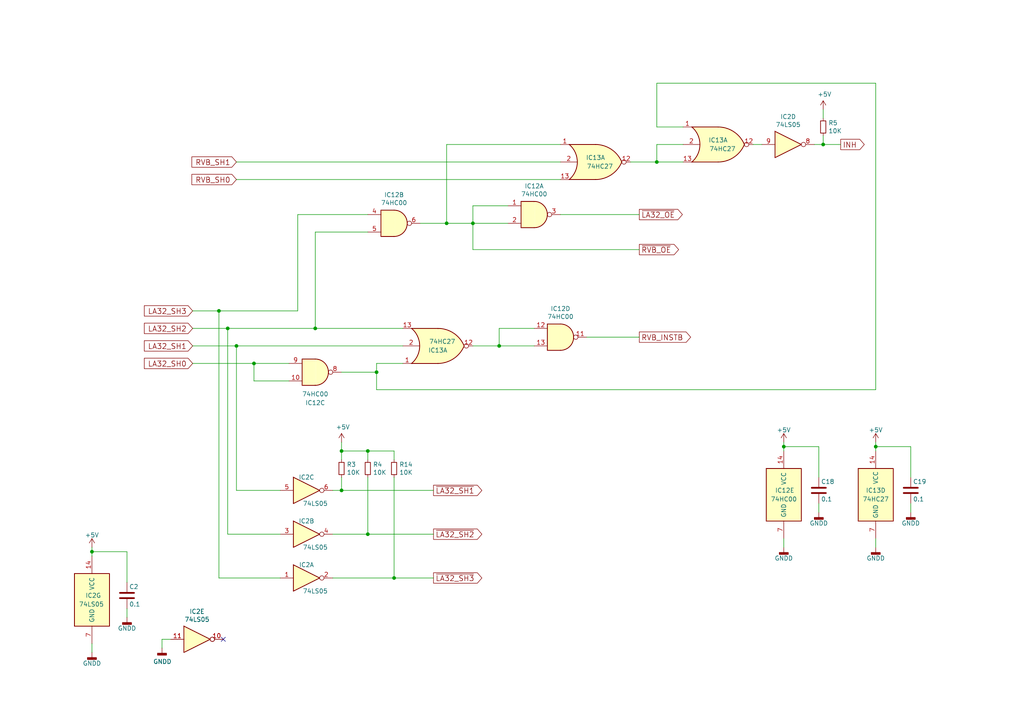
<source format=kicad_sch>
(kicad_sch (version 20211123) (generator eeschema)

  (uuid e3877396-3ff6-4b1d-9715-0d1a70961579)

  (paper "A4")

  (title_block
    (title "LAPC-I Clone")
  )

  (lib_symbols
    (symbol "74xx:74HC00" (pin_names (offset 1.016)) (in_bom yes) (on_board yes)
      (property "Reference" "U" (id 0) (at 0 1.27 0)
        (effects (font (size 1.27 1.27)))
      )
      (property "Value" "74HC00" (id 1) (at 0 -1.27 0)
        (effects (font (size 1.27 1.27)))
      )
      (property "Footprint" "" (id 2) (at 0 0 0)
        (effects (font (size 1.27 1.27)) hide)
      )
      (property "Datasheet" "http://www.ti.com/lit/gpn/sn74hc00" (id 3) (at 0 0 0)
        (effects (font (size 1.27 1.27)) hide)
      )
      (property "ki_locked" "" (id 4) (at 0 0 0)
        (effects (font (size 1.27 1.27)))
      )
      (property "ki_keywords" "HCMOS nand 2-input" (id 5) (at 0 0 0)
        (effects (font (size 1.27 1.27)) hide)
      )
      (property "ki_description" "quad 2-input NAND gate" (id 6) (at 0 0 0)
        (effects (font (size 1.27 1.27)) hide)
      )
      (property "ki_fp_filters" "DIP*W7.62mm* SO14*" (id 7) (at 0 0 0)
        (effects (font (size 1.27 1.27)) hide)
      )
      (symbol "74HC00_1_1"
        (arc (start 0 -3.81) (mid 3.81 0) (end 0 3.81)
          (stroke (width 0.254) (type default) (color 0 0 0 0))
          (fill (type background))
        )
        (polyline
          (pts
            (xy 0 3.81)
            (xy -3.81 3.81)
            (xy -3.81 -3.81)
            (xy 0 -3.81)
          )
          (stroke (width 0.254) (type default) (color 0 0 0 0))
          (fill (type background))
        )
        (pin input line (at -7.62 2.54 0) (length 3.81)
          (name "~" (effects (font (size 1.27 1.27))))
          (number "1" (effects (font (size 1.27 1.27))))
        )
        (pin input line (at -7.62 -2.54 0) (length 3.81)
          (name "~" (effects (font (size 1.27 1.27))))
          (number "2" (effects (font (size 1.27 1.27))))
        )
        (pin output inverted (at 7.62 0 180) (length 3.81)
          (name "~" (effects (font (size 1.27 1.27))))
          (number "3" (effects (font (size 1.27 1.27))))
        )
      )
      (symbol "74HC00_1_2"
        (arc (start -3.81 -3.81) (mid -2.589 0) (end -3.81 3.81)
          (stroke (width 0.254) (type default) (color 0 0 0 0))
          (fill (type none))
        )
        (arc (start -0.6096 -3.81) (mid 2.1855 -2.584) (end 3.81 0)
          (stroke (width 0.254) (type default) (color 0 0 0 0))
          (fill (type background))
        )
        (polyline
          (pts
            (xy -3.81 -3.81)
            (xy -0.635 -3.81)
          )
          (stroke (width 0.254) (type default) (color 0 0 0 0))
          (fill (type background))
        )
        (polyline
          (pts
            (xy -3.81 3.81)
            (xy -0.635 3.81)
          )
          (stroke (width 0.254) (type default) (color 0 0 0 0))
          (fill (type background))
        )
        (polyline
          (pts
            (xy -0.635 3.81)
            (xy -3.81 3.81)
            (xy -3.81 3.81)
            (xy -3.556 3.4036)
            (xy -3.0226 2.2606)
            (xy -2.6924 1.0414)
            (xy -2.6162 -0.254)
            (xy -2.7686 -1.4986)
            (xy -3.175 -2.7178)
            (xy -3.81 -3.81)
            (xy -3.81 -3.81)
            (xy -0.635 -3.81)
          )
          (stroke (width -25.4) (type default) (color 0 0 0 0))
          (fill (type background))
        )
        (arc (start 3.81 0) (mid 2.1928 2.5925) (end -0.6096 3.81)
          (stroke (width 0.254) (type default) (color 0 0 0 0))
          (fill (type background))
        )
        (pin input inverted (at -7.62 2.54 0) (length 4.318)
          (name "~" (effects (font (size 1.27 1.27))))
          (number "1" (effects (font (size 1.27 1.27))))
        )
        (pin input inverted (at -7.62 -2.54 0) (length 4.318)
          (name "~" (effects (font (size 1.27 1.27))))
          (number "2" (effects (font (size 1.27 1.27))))
        )
        (pin output line (at 7.62 0 180) (length 3.81)
          (name "~" (effects (font (size 1.27 1.27))))
          (number "3" (effects (font (size 1.27 1.27))))
        )
      )
      (symbol "74HC00_2_1"
        (arc (start 0 -3.81) (mid 3.81 0) (end 0 3.81)
          (stroke (width 0.254) (type default) (color 0 0 0 0))
          (fill (type background))
        )
        (polyline
          (pts
            (xy 0 3.81)
            (xy -3.81 3.81)
            (xy -3.81 -3.81)
            (xy 0 -3.81)
          )
          (stroke (width 0.254) (type default) (color 0 0 0 0))
          (fill (type background))
        )
        (pin input line (at -7.62 2.54 0) (length 3.81)
          (name "~" (effects (font (size 1.27 1.27))))
          (number "4" (effects (font (size 1.27 1.27))))
        )
        (pin input line (at -7.62 -2.54 0) (length 3.81)
          (name "~" (effects (font (size 1.27 1.27))))
          (number "5" (effects (font (size 1.27 1.27))))
        )
        (pin output inverted (at 7.62 0 180) (length 3.81)
          (name "~" (effects (font (size 1.27 1.27))))
          (number "6" (effects (font (size 1.27 1.27))))
        )
      )
      (symbol "74HC00_2_2"
        (arc (start -3.81 -3.81) (mid -2.589 0) (end -3.81 3.81)
          (stroke (width 0.254) (type default) (color 0 0 0 0))
          (fill (type none))
        )
        (arc (start -0.6096 -3.81) (mid 2.1855 -2.584) (end 3.81 0)
          (stroke (width 0.254) (type default) (color 0 0 0 0))
          (fill (type background))
        )
        (polyline
          (pts
            (xy -3.81 -3.81)
            (xy -0.635 -3.81)
          )
          (stroke (width 0.254) (type default) (color 0 0 0 0))
          (fill (type background))
        )
        (polyline
          (pts
            (xy -3.81 3.81)
            (xy -0.635 3.81)
          )
          (stroke (width 0.254) (type default) (color 0 0 0 0))
          (fill (type background))
        )
        (polyline
          (pts
            (xy -0.635 3.81)
            (xy -3.81 3.81)
            (xy -3.81 3.81)
            (xy -3.556 3.4036)
            (xy -3.0226 2.2606)
            (xy -2.6924 1.0414)
            (xy -2.6162 -0.254)
            (xy -2.7686 -1.4986)
            (xy -3.175 -2.7178)
            (xy -3.81 -3.81)
            (xy -3.81 -3.81)
            (xy -0.635 -3.81)
          )
          (stroke (width -25.4) (type default) (color 0 0 0 0))
          (fill (type background))
        )
        (arc (start 3.81 0) (mid 2.1928 2.5925) (end -0.6096 3.81)
          (stroke (width 0.254) (type default) (color 0 0 0 0))
          (fill (type background))
        )
        (pin input inverted (at -7.62 2.54 0) (length 4.318)
          (name "~" (effects (font (size 1.27 1.27))))
          (number "4" (effects (font (size 1.27 1.27))))
        )
        (pin input inverted (at -7.62 -2.54 0) (length 4.318)
          (name "~" (effects (font (size 1.27 1.27))))
          (number "5" (effects (font (size 1.27 1.27))))
        )
        (pin output line (at 7.62 0 180) (length 3.81)
          (name "~" (effects (font (size 1.27 1.27))))
          (number "6" (effects (font (size 1.27 1.27))))
        )
      )
      (symbol "74HC00_3_1"
        (arc (start 0 -3.81) (mid 3.81 0) (end 0 3.81)
          (stroke (width 0.254) (type default) (color 0 0 0 0))
          (fill (type background))
        )
        (polyline
          (pts
            (xy 0 3.81)
            (xy -3.81 3.81)
            (xy -3.81 -3.81)
            (xy 0 -3.81)
          )
          (stroke (width 0.254) (type default) (color 0 0 0 0))
          (fill (type background))
        )
        (pin input line (at -7.62 -2.54 0) (length 3.81)
          (name "~" (effects (font (size 1.27 1.27))))
          (number "10" (effects (font (size 1.27 1.27))))
        )
        (pin output inverted (at 7.62 0 180) (length 3.81)
          (name "~" (effects (font (size 1.27 1.27))))
          (number "8" (effects (font (size 1.27 1.27))))
        )
        (pin input line (at -7.62 2.54 0) (length 3.81)
          (name "~" (effects (font (size 1.27 1.27))))
          (number "9" (effects (font (size 1.27 1.27))))
        )
      )
      (symbol "74HC00_3_2"
        (arc (start -3.81 -3.81) (mid -2.589 0) (end -3.81 3.81)
          (stroke (width 0.254) (type default) (color 0 0 0 0))
          (fill (type none))
        )
        (arc (start -0.6096 -3.81) (mid 2.1855 -2.584) (end 3.81 0)
          (stroke (width 0.254) (type default) (color 0 0 0 0))
          (fill (type background))
        )
        (polyline
          (pts
            (xy -3.81 -3.81)
            (xy -0.635 -3.81)
          )
          (stroke (width 0.254) (type default) (color 0 0 0 0))
          (fill (type background))
        )
        (polyline
          (pts
            (xy -3.81 3.81)
            (xy -0.635 3.81)
          )
          (stroke (width 0.254) (type default) (color 0 0 0 0))
          (fill (type background))
        )
        (polyline
          (pts
            (xy -0.635 3.81)
            (xy -3.81 3.81)
            (xy -3.81 3.81)
            (xy -3.556 3.4036)
            (xy -3.0226 2.2606)
            (xy -2.6924 1.0414)
            (xy -2.6162 -0.254)
            (xy -2.7686 -1.4986)
            (xy -3.175 -2.7178)
            (xy -3.81 -3.81)
            (xy -3.81 -3.81)
            (xy -0.635 -3.81)
          )
          (stroke (width -25.4) (type default) (color 0 0 0 0))
          (fill (type background))
        )
        (arc (start 3.81 0) (mid 2.1928 2.5925) (end -0.6096 3.81)
          (stroke (width 0.254) (type default) (color 0 0 0 0))
          (fill (type background))
        )
        (pin input inverted (at -7.62 -2.54 0) (length 4.318)
          (name "~" (effects (font (size 1.27 1.27))))
          (number "10" (effects (font (size 1.27 1.27))))
        )
        (pin output line (at 7.62 0 180) (length 3.81)
          (name "~" (effects (font (size 1.27 1.27))))
          (number "8" (effects (font (size 1.27 1.27))))
        )
        (pin input inverted (at -7.62 2.54 0) (length 4.318)
          (name "~" (effects (font (size 1.27 1.27))))
          (number "9" (effects (font (size 1.27 1.27))))
        )
      )
      (symbol "74HC00_4_1"
        (arc (start 0 -3.81) (mid 3.81 0) (end 0 3.81)
          (stroke (width 0.254) (type default) (color 0 0 0 0))
          (fill (type background))
        )
        (polyline
          (pts
            (xy 0 3.81)
            (xy -3.81 3.81)
            (xy -3.81 -3.81)
            (xy 0 -3.81)
          )
          (stroke (width 0.254) (type default) (color 0 0 0 0))
          (fill (type background))
        )
        (pin output inverted (at 7.62 0 180) (length 3.81)
          (name "~" (effects (font (size 1.27 1.27))))
          (number "11" (effects (font (size 1.27 1.27))))
        )
        (pin input line (at -7.62 2.54 0) (length 3.81)
          (name "~" (effects (font (size 1.27 1.27))))
          (number "12" (effects (font (size 1.27 1.27))))
        )
        (pin input line (at -7.62 -2.54 0) (length 3.81)
          (name "~" (effects (font (size 1.27 1.27))))
          (number "13" (effects (font (size 1.27 1.27))))
        )
      )
      (symbol "74HC00_4_2"
        (arc (start -3.81 -3.81) (mid -2.589 0) (end -3.81 3.81)
          (stroke (width 0.254) (type default) (color 0 0 0 0))
          (fill (type none))
        )
        (arc (start -0.6096 -3.81) (mid 2.1855 -2.584) (end 3.81 0)
          (stroke (width 0.254) (type default) (color 0 0 0 0))
          (fill (type background))
        )
        (polyline
          (pts
            (xy -3.81 -3.81)
            (xy -0.635 -3.81)
          )
          (stroke (width 0.254) (type default) (color 0 0 0 0))
          (fill (type background))
        )
        (polyline
          (pts
            (xy -3.81 3.81)
            (xy -0.635 3.81)
          )
          (stroke (width 0.254) (type default) (color 0 0 0 0))
          (fill (type background))
        )
        (polyline
          (pts
            (xy -0.635 3.81)
            (xy -3.81 3.81)
            (xy -3.81 3.81)
            (xy -3.556 3.4036)
            (xy -3.0226 2.2606)
            (xy -2.6924 1.0414)
            (xy -2.6162 -0.254)
            (xy -2.7686 -1.4986)
            (xy -3.175 -2.7178)
            (xy -3.81 -3.81)
            (xy -3.81 -3.81)
            (xy -0.635 -3.81)
          )
          (stroke (width -25.4) (type default) (color 0 0 0 0))
          (fill (type background))
        )
        (arc (start 3.81 0) (mid 2.1928 2.5925) (end -0.6096 3.81)
          (stroke (width 0.254) (type default) (color 0 0 0 0))
          (fill (type background))
        )
        (pin output line (at 7.62 0 180) (length 3.81)
          (name "~" (effects (font (size 1.27 1.27))))
          (number "11" (effects (font (size 1.27 1.27))))
        )
        (pin input inverted (at -7.62 2.54 0) (length 4.318)
          (name "~" (effects (font (size 1.27 1.27))))
          (number "12" (effects (font (size 1.27 1.27))))
        )
        (pin input inverted (at -7.62 -2.54 0) (length 4.318)
          (name "~" (effects (font (size 1.27 1.27))))
          (number "13" (effects (font (size 1.27 1.27))))
        )
      )
      (symbol "74HC00_5_0"
        (pin power_in line (at 0 12.7 270) (length 5.08)
          (name "VCC" (effects (font (size 1.27 1.27))))
          (number "14" (effects (font (size 1.27 1.27))))
        )
        (pin power_in line (at 0 -12.7 90) (length 5.08)
          (name "GND" (effects (font (size 1.27 1.27))))
          (number "7" (effects (font (size 1.27 1.27))))
        )
      )
      (symbol "74HC00_5_1"
        (rectangle (start -5.08 7.62) (end 5.08 -7.62)
          (stroke (width 0.254) (type default) (color 0 0 0 0))
          (fill (type background))
        )
      )
    )
    (symbol "74xx:74LS05" (pin_names (offset 1.016)) (in_bom yes) (on_board yes)
      (property "Reference" "U" (id 0) (at 0 1.27 0)
        (effects (font (size 1.27 1.27)))
      )
      (property "Value" "74LS05" (id 1) (at 0 -1.27 0)
        (effects (font (size 1.27 1.27)))
      )
      (property "Footprint" "" (id 2) (at 0 0 0)
        (effects (font (size 1.27 1.27)) hide)
      )
      (property "Datasheet" "http://www.ti.com/lit/gpn/sn74LS05" (id 3) (at 0 0 0)
        (effects (font (size 1.27 1.27)) hide)
      )
      (property "ki_locked" "" (id 4) (at 0 0 0)
        (effects (font (size 1.27 1.27)))
      )
      (property "ki_keywords" "TTL not inv OpenCol" (id 5) (at 0 0 0)
        (effects (font (size 1.27 1.27)) hide)
      )
      (property "ki_description" "Inverter Open Collect" (id 6) (at 0 0 0)
        (effects (font (size 1.27 1.27)) hide)
      )
      (property "ki_fp_filters" "DIP*W7.62mm*" (id 7) (at 0 0 0)
        (effects (font (size 1.27 1.27)) hide)
      )
      (symbol "74LS05_1_0"
        (polyline
          (pts
            (xy -3.81 3.81)
            (xy -3.81 -3.81)
            (xy 3.81 0)
            (xy -3.81 3.81)
          )
          (stroke (width 0.254) (type default) (color 0 0 0 0))
          (fill (type background))
        )
        (pin input line (at -7.62 0 0) (length 3.81)
          (name "~" (effects (font (size 1.27 1.27))))
          (number "1" (effects (font (size 1.27 1.27))))
        )
        (pin open_collector inverted (at 7.62 0 180) (length 3.81)
          (name "~" (effects (font (size 1.27 1.27))))
          (number "2" (effects (font (size 1.27 1.27))))
        )
      )
      (symbol "74LS05_2_0"
        (polyline
          (pts
            (xy -3.81 3.81)
            (xy -3.81 -3.81)
            (xy 3.81 0)
            (xy -3.81 3.81)
          )
          (stroke (width 0.254) (type default) (color 0 0 0 0))
          (fill (type background))
        )
        (pin input line (at -7.62 0 0) (length 3.81)
          (name "~" (effects (font (size 1.27 1.27))))
          (number "3" (effects (font (size 1.27 1.27))))
        )
        (pin open_collector inverted (at 7.62 0 180) (length 3.81)
          (name "~" (effects (font (size 1.27 1.27))))
          (number "4" (effects (font (size 1.27 1.27))))
        )
      )
      (symbol "74LS05_3_0"
        (polyline
          (pts
            (xy -3.81 3.81)
            (xy -3.81 -3.81)
            (xy 3.81 0)
            (xy -3.81 3.81)
          )
          (stroke (width 0.254) (type default) (color 0 0 0 0))
          (fill (type background))
        )
        (pin input line (at -7.62 0 0) (length 3.81)
          (name "~" (effects (font (size 1.27 1.27))))
          (number "5" (effects (font (size 1.27 1.27))))
        )
        (pin open_collector inverted (at 7.62 0 180) (length 3.81)
          (name "~" (effects (font (size 1.27 1.27))))
          (number "6" (effects (font (size 1.27 1.27))))
        )
      )
      (symbol "74LS05_4_0"
        (polyline
          (pts
            (xy -3.81 3.81)
            (xy -3.81 -3.81)
            (xy 3.81 0)
            (xy -3.81 3.81)
          )
          (stroke (width 0.254) (type default) (color 0 0 0 0))
          (fill (type background))
        )
        (pin open_collector inverted (at 7.62 0 180) (length 3.81)
          (name "~" (effects (font (size 1.27 1.27))))
          (number "8" (effects (font (size 1.27 1.27))))
        )
        (pin input line (at -7.62 0 0) (length 3.81)
          (name "~" (effects (font (size 1.27 1.27))))
          (number "9" (effects (font (size 1.27 1.27))))
        )
      )
      (symbol "74LS05_5_0"
        (polyline
          (pts
            (xy -3.81 3.81)
            (xy -3.81 -3.81)
            (xy 3.81 0)
            (xy -3.81 3.81)
          )
          (stroke (width 0.254) (type default) (color 0 0 0 0))
          (fill (type background))
        )
        (pin open_collector inverted (at 7.62 0 180) (length 3.81)
          (name "~" (effects (font (size 1.27 1.27))))
          (number "10" (effects (font (size 1.27 1.27))))
        )
        (pin input line (at -7.62 0 0) (length 3.81)
          (name "~" (effects (font (size 1.27 1.27))))
          (number "11" (effects (font (size 1.27 1.27))))
        )
      )
      (symbol "74LS05_6_0"
        (polyline
          (pts
            (xy -3.81 3.81)
            (xy -3.81 -3.81)
            (xy 3.81 0)
            (xy -3.81 3.81)
          )
          (stroke (width 0.254) (type default) (color 0 0 0 0))
          (fill (type background))
        )
        (pin open_collector inverted (at 7.62 0 180) (length 3.81)
          (name "~" (effects (font (size 1.27 1.27))))
          (number "12" (effects (font (size 1.27 1.27))))
        )
        (pin input line (at -7.62 0 0) (length 3.81)
          (name "~" (effects (font (size 1.27 1.27))))
          (number "13" (effects (font (size 1.27 1.27))))
        )
      )
      (symbol "74LS05_7_0"
        (pin power_in line (at 0 12.7 270) (length 5.08)
          (name "VCC" (effects (font (size 1.27 1.27))))
          (number "14" (effects (font (size 1.27 1.27))))
        )
        (pin power_in line (at 0 -12.7 90) (length 5.08)
          (name "GND" (effects (font (size 1.27 1.27))))
          (number "7" (effects (font (size 1.27 1.27))))
        )
      )
      (symbol "74LS05_7_1"
        (rectangle (start -5.08 7.62) (end 5.08 -7.62)
          (stroke (width 0.254) (type default) (color 0 0 0 0))
          (fill (type background))
        )
      )
    )
    (symbol "Device:C" (pin_numbers hide) (pin_names (offset 0.254)) (in_bom yes) (on_board yes)
      (property "Reference" "C" (id 0) (at 0.635 2.54 0)
        (effects (font (size 1.27 1.27)) (justify left))
      )
      (property "Value" "C" (id 1) (at 0.635 -2.54 0)
        (effects (font (size 1.27 1.27)) (justify left))
      )
      (property "Footprint" "" (id 2) (at 0.9652 -3.81 0)
        (effects (font (size 1.27 1.27)) hide)
      )
      (property "Datasheet" "~" (id 3) (at 0 0 0)
        (effects (font (size 1.27 1.27)) hide)
      )
      (property "ki_keywords" "cap capacitor" (id 4) (at 0 0 0)
        (effects (font (size 1.27 1.27)) hide)
      )
      (property "ki_description" "Unpolarized capacitor" (id 5) (at 0 0 0)
        (effects (font (size 1.27 1.27)) hide)
      )
      (property "ki_fp_filters" "C_*" (id 6) (at 0 0 0)
        (effects (font (size 1.27 1.27)) hide)
      )
      (symbol "C_0_1"
        (polyline
          (pts
            (xy -2.032 -0.762)
            (xy 2.032 -0.762)
          )
          (stroke (width 0.508) (type default) (color 0 0 0 0))
          (fill (type none))
        )
        (polyline
          (pts
            (xy -2.032 0.762)
            (xy 2.032 0.762)
          )
          (stroke (width 0.508) (type default) (color 0 0 0 0))
          (fill (type none))
        )
      )
      (symbol "C_1_1"
        (pin passive line (at 0 3.81 270) (length 2.794)
          (name "~" (effects (font (size 1.27 1.27))))
          (number "1" (effects (font (size 1.27 1.27))))
        )
        (pin passive line (at 0 -3.81 90) (length 2.794)
          (name "~" (effects (font (size 1.27 1.27))))
          (number "2" (effects (font (size 1.27 1.27))))
        )
      )
    )
    (symbol "Device:R_Small" (pin_numbers hide) (pin_names (offset 0.254) hide) (in_bom yes) (on_board yes)
      (property "Reference" "R" (id 0) (at 0.762 0.508 0)
        (effects (font (size 1.27 1.27)) (justify left))
      )
      (property "Value" "R_Small" (id 1) (at 0.762 -1.016 0)
        (effects (font (size 1.27 1.27)) (justify left))
      )
      (property "Footprint" "" (id 2) (at 0 0 0)
        (effects (font (size 1.27 1.27)) hide)
      )
      (property "Datasheet" "~" (id 3) (at 0 0 0)
        (effects (font (size 1.27 1.27)) hide)
      )
      (property "ki_keywords" "R resistor" (id 4) (at 0 0 0)
        (effects (font (size 1.27 1.27)) hide)
      )
      (property "ki_description" "Resistor, small symbol" (id 5) (at 0 0 0)
        (effects (font (size 1.27 1.27)) hide)
      )
      (property "ki_fp_filters" "R_*" (id 6) (at 0 0 0)
        (effects (font (size 1.27 1.27)) hide)
      )
      (symbol "R_Small_0_1"
        (rectangle (start -0.762 1.778) (end 0.762 -1.778)
          (stroke (width 0.2032) (type default) (color 0 0 0 0))
          (fill (type none))
        )
      )
      (symbol "R_Small_1_1"
        (pin passive line (at 0 2.54 270) (length 0.762)
          (name "~" (effects (font (size 1.27 1.27))))
          (number "1" (effects (font (size 1.27 1.27))))
        )
        (pin passive line (at 0 -2.54 90) (length 0.762)
          (name "~" (effects (font (size 1.27 1.27))))
          (number "2" (effects (font (size 1.27 1.27))))
        )
      )
    )
    (symbol "lapci_clone:74HC27" (pin_names (offset 0.762)) (in_bom yes) (on_board yes)
      (property "Reference" "U" (id 0) (at 10.16 1.27 0)
        (effects (font (size 1.27 1.27)))
      )
      (property "Value" "74HC27" (id 1) (at 10.16 -1.27 0)
        (effects (font (size 1.27 1.27)))
      )
      (property "Footprint" "" (id 2) (at 0 0 0)
        (effects (font (size 1.27 1.27)) hide)
      )
      (property "Datasheet" "" (id 3) (at 0 0 0)
        (effects (font (size 1.27 1.27)) hide)
      )
      (property "ki_locked" "" (id 4) (at 0 0 0)
        (effects (font (size 1.27 1.27)))
      )
      (property "ki_fp_filters" "SO14* 14DIP*" (id 5) (at 0 0 0)
        (effects (font (size 1.27 1.27)) hide)
      )
      (symbol "74HC27_0_2"
        (polyline
          (pts
            (xy 2.54 5.08)
            (xy -7.62 5.08)
            (xy -7.62 -5.08)
            (xy 2.54 -5.08)
          )
          (stroke (width 0.2032) (type default) (color 0 0 0 0))
          (fill (type none))
        )
        (arc (start 2.5654 -5.0546) (mid 7.5947 0.0127) (end 2.5654 5.08)
          (stroke (width 0.2032) (type default) (color 0 0 0 0))
          (fill (type none))
        )
      )
      (symbol "74HC27_1_1"
        (arc (start -7.62 -5.08) (mid -5.2708 0) (end -7.62 5.08)
          (stroke (width 0.254) (type default) (color 0 0 0 0))
          (fill (type none))
        )
        (arc (start 0 -5.08) (mid 4.5784 -3.6925) (end 7.62 0)
          (stroke (width 0.254) (type default) (color 0 0 0 0))
          (fill (type background))
        )
        (polyline
          (pts
            (xy -7.62 -5.08)
            (xy 0 -5.08)
          )
          (stroke (width 0.254) (type default) (color 0 0 0 0))
          (fill (type none))
        )
        (polyline
          (pts
            (xy -7.62 5.08)
            (xy 0 5.08)
          )
          (stroke (width 0.254) (type default) (color 0 0 0 0))
          (fill (type background))
        )
        (polyline
          (pts
            (xy -7.62 5.08)
            (xy -6.731 4.191)
            (xy -5.969 3.048)
            (xy -5.588 1.905)
            (xy -5.334 0.254)
            (xy -5.334 -0.762)
            (xy -5.461 -1.397)
            (xy -5.588 -2.159)
            (xy -5.969 -2.921)
            (xy -6.477 -3.81)
            (xy -6.985 -4.445)
            (xy -7.62 -5.08)
            (xy 0 -5.08)
            (xy 0 5.08)
            (xy -7.62 5.08)
          )
          (stroke (width -25.4) (type default) (color 0 0 0 0))
          (fill (type background))
        )
        (arc (start 7.62 0) (mid 4.5717 3.6825) (end 0 5.08)
          (stroke (width 0.254) (type default) (color 0 0 0 0))
          (fill (type background))
        )
        (pin input line (at -10.16 5.08 0) (length 2.54)
          (name "~" (effects (font (size 1.27 1.27))))
          (number "1" (effects (font (size 1.27 1.27))))
        )
        (pin output inverted (at 10.16 0 180) (length 2.54)
          (name "~" (effects (font (size 1.27 1.27))))
          (number "12" (effects (font (size 1.27 1.27))))
        )
        (pin input line (at -10.16 -5.08 0) (length 2.54)
          (name "~" (effects (font (size 1.27 1.27))))
          (number "13" (effects (font (size 1.27 1.27))))
        )
        (pin input line (at -10.16 0 0) (length 4.8006)
          (name "~" (effects (font (size 1.27 1.27))))
          (number "2" (effects (font (size 1.27 1.27))))
        )
      )
      (symbol "74HC27_1_2"
        (pin input inverted (at -15.24 5.08 0) (length 7.62)
          (name "~" (effects (font (size 1.27 1.27))))
          (number "1" (effects (font (size 1.27 1.27))))
        )
        (pin output line (at 15.24 0 180) (length 7.62)
          (name "~" (effects (font (size 1.27 1.27))))
          (number "12" (effects (font (size 1.27 1.27))))
        )
        (pin input inverted (at -15.24 -5.08 0) (length 7.62)
          (name "~" (effects (font (size 1.27 1.27))))
          (number "13" (effects (font (size 1.27 1.27))))
        )
        (pin input inverted (at -15.24 0 0) (length 7.62)
          (name "~" (effects (font (size 1.27 1.27))))
          (number "2" (effects (font (size 1.27 1.27))))
        )
      )
      (symbol "74HC27_2_1"
        (arc (start -7.62 -5.08) (mid -5.2708 0) (end -7.62 5.08)
          (stroke (width 0.254) (type default) (color 0 0 0 0))
          (fill (type none))
        )
        (arc (start 0 -5.08) (mid 4.5784 -3.6925) (end 7.62 0)
          (stroke (width 0.254) (type default) (color 0 0 0 0))
          (fill (type background))
        )
        (polyline
          (pts
            (xy -7.62 -5.08)
            (xy 0 -5.08)
          )
          (stroke (width 0.254) (type default) (color 0 0 0 0))
          (fill (type none))
        )
        (polyline
          (pts
            (xy -7.62 5.08)
            (xy 0 5.08)
          )
          (stroke (width 0.254) (type default) (color 0 0 0 0))
          (fill (type none))
        )
        (polyline
          (pts
            (xy -7.62 5.08)
            (xy -6.731 4.191)
            (xy -5.969 3.048)
            (xy -5.588 1.905)
            (xy -5.334 0.254)
            (xy -5.334 -0.762)
            (xy -5.461 -1.397)
            (xy -5.588 -2.159)
            (xy -5.969 -2.921)
            (xy -6.477 -3.81)
            (xy -6.985 -4.445)
            (xy -7.62 -5.08)
            (xy 0 -5.08)
            (xy 0 5.08)
            (xy -7.62 5.08)
          )
          (stroke (width -25.4) (type default) (color 0 0 0 0))
          (fill (type background))
        )
        (arc (start 7.62 0) (mid 4.5717 3.6825) (end 0 5.08)
          (stroke (width 0.254) (type default) (color 0 0 0 0))
          (fill (type background))
        )
        (pin input line (at -10.16 5.08 0) (length 2.54)
          (name "~" (effects (font (size 1.27 1.27))))
          (number "3" (effects (font (size 1.27 1.27))))
        )
        (pin input line (at -10.16 0 0) (length 4.8006)
          (name "~" (effects (font (size 1.27 1.27))))
          (number "4" (effects (font (size 1.27 1.27))))
        )
        (pin input line (at -10.16 -5.08 0) (length 2.54)
          (name "~" (effects (font (size 1.27 1.27))))
          (number "5" (effects (font (size 1.27 1.27))))
        )
        (pin output inverted (at 10.16 0 180) (length 2.54)
          (name "~" (effects (font (size 1.27 1.27))))
          (number "6" (effects (font (size 1.27 1.27))))
        )
      )
      (symbol "74HC27_2_2"
        (pin input inverted (at -15.24 5.08 0) (length 7.62)
          (name "~" (effects (font (size 1.27 1.27))))
          (number "3" (effects (font (size 1.27 1.27))))
        )
        (pin input inverted (at -15.24 0 0) (length 7.62)
          (name "~" (effects (font (size 1.27 1.27))))
          (number "4" (effects (font (size 1.27 1.27))))
        )
        (pin input inverted (at -15.24 -5.08 0) (length 7.62)
          (name "~" (effects (font (size 1.27 1.27))))
          (number "5" (effects (font (size 1.27 1.27))))
        )
        (pin output line (at 15.24 0 180) (length 7.62)
          (name "~" (effects (font (size 1.27 1.27))))
          (number "6" (effects (font (size 1.27 1.27))))
        )
      )
      (symbol "74HC27_3_1"
        (arc (start -7.62 -5.08) (mid -5.2708 0) (end -7.62 5.08)
          (stroke (width 0.254) (type default) (color 0 0 0 0))
          (fill (type none))
        )
        (arc (start 0 -5.08) (mid 4.5784 -3.6925) (end 7.62 0)
          (stroke (width 0.254) (type default) (color 0 0 0 0))
          (fill (type background))
        )
        (polyline
          (pts
            (xy -7.62 -5.08)
            (xy 0 -5.08)
          )
          (stroke (width 0.254) (type default) (color 0 0 0 0))
          (fill (type none))
        )
        (polyline
          (pts
            (xy -7.62 5.08)
            (xy 0 5.08)
          )
          (stroke (width 0.254) (type default) (color 0 0 0 0))
          (fill (type none))
        )
        (polyline
          (pts
            (xy -7.62 5.08)
            (xy -6.731 4.191)
            (xy -5.969 3.048)
            (xy -5.588 1.905)
            (xy -5.334 0.254)
            (xy -5.334 -0.762)
            (xy -5.461 -1.397)
            (xy -5.588 -2.159)
            (xy -5.969 -2.921)
            (xy -6.477 -3.81)
            (xy -6.985 -4.445)
            (xy -7.62 -5.08)
            (xy 0 -5.08)
            (xy 0 5.08)
            (xy -7.62 5.08)
          )
          (stroke (width -25.4) (type default) (color 0 0 0 0))
          (fill (type background))
        )
        (arc (start 7.62 0) (mid 4.5717 3.6825) (end 0 5.08)
          (stroke (width 0.254) (type default) (color 0 0 0 0))
          (fill (type background))
        )
        (pin input line (at -10.16 0 0) (length 4.8006)
          (name "~" (effects (font (size 1.27 1.27))))
          (number "10" (effects (font (size 1.27 1.27))))
        )
        (pin input line (at -10.16 -5.08 0) (length 2.54)
          (name "~" (effects (font (size 1.27 1.27))))
          (number "11" (effects (font (size 1.27 1.27))))
        )
        (pin output inverted (at 10.16 0 180) (length 2.54)
          (name "~" (effects (font (size 1.27 1.27))))
          (number "8" (effects (font (size 1.27 1.27))))
        )
        (pin input line (at -10.16 5.08 0) (length 2.54)
          (name "~" (effects (font (size 1.27 1.27))))
          (number "9" (effects (font (size 1.27 1.27))))
        )
      )
      (symbol "74HC27_3_2"
        (pin input inverted (at -15.24 0 0) (length 7.62)
          (name "~" (effects (font (size 1.27 1.27))))
          (number "10" (effects (font (size 1.27 1.27))))
        )
        (pin input inverted (at -15.24 -5.08 0) (length 7.62)
          (name "~" (effects (font (size 1.27 1.27))))
          (number "11" (effects (font (size 1.27 1.27))))
        )
        (pin output line (at 15.24 0 180) (length 7.62)
          (name "~" (effects (font (size 1.27 1.27))))
          (number "8" (effects (font (size 1.27 1.27))))
        )
        (pin input inverted (at -15.24 5.08 0) (length 7.62)
          (name "~" (effects (font (size 1.27 1.27))))
          (number "9" (effects (font (size 1.27 1.27))))
        )
      )
      (symbol "74HC27_4_1"
        (rectangle (start -5.08 7.62) (end 5.08 -7.62)
          (stroke (width 0.254) (type default) (color 0 0 0 0))
          (fill (type background))
        )
        (pin power_in line (at 0 12.7 270) (length 5.08)
          (name "VCC" (effects (font (size 1.27 1.27))))
          (number "14" (effects (font (size 1.27 1.27))))
        )
        (pin power_in line (at 0 -12.7 90) (length 5.08)
          (name "GND" (effects (font (size 1.27 1.27))))
          (number "7" (effects (font (size 1.27 1.27))))
        )
      )
      (symbol "74HC27_4_2"
        (pin input inverted (at -15.24 5.08 0) (length 7.62)
          (name "~" (effects (font (size 1.27 1.27))))
          (number "1" (effects (font (size 1.27 1.27))))
        )
        (pin output line (at 15.24 0 180) (length 7.62)
          (name "~" (effects (font (size 1.27 1.27))))
          (number "12" (effects (font (size 1.27 1.27))))
        )
        (pin input inverted (at -15.24 -5.08 0) (length 7.62)
          (name "~" (effects (font (size 1.27 1.27))))
          (number "13" (effects (font (size 1.27 1.27))))
        )
        (pin input inverted (at -15.24 0 0) (length 7.62)
          (name "~" (effects (font (size 1.27 1.27))))
          (number "2" (effects (font (size 1.27 1.27))))
        )
      )
    )
    (symbol "power:+5V" (power) (pin_names (offset 0)) (in_bom yes) (on_board yes)
      (property "Reference" "#PWR" (id 0) (at 0 -3.81 0)
        (effects (font (size 1.27 1.27)) hide)
      )
      (property "Value" "+5V" (id 1) (at 0 3.556 0)
        (effects (font (size 1.27 1.27)))
      )
      (property "Footprint" "" (id 2) (at 0 0 0)
        (effects (font (size 1.27 1.27)) hide)
      )
      (property "Datasheet" "" (id 3) (at 0 0 0)
        (effects (font (size 1.27 1.27)) hide)
      )
      (property "ki_keywords" "power-flag" (id 4) (at 0 0 0)
        (effects (font (size 1.27 1.27)) hide)
      )
      (property "ki_description" "Power symbol creates a global label with name \"+5V\"" (id 5) (at 0 0 0)
        (effects (font (size 1.27 1.27)) hide)
      )
      (symbol "+5V_0_1"
        (polyline
          (pts
            (xy -0.762 1.27)
            (xy 0 2.54)
          )
          (stroke (width 0) (type default) (color 0 0 0 0))
          (fill (type none))
        )
        (polyline
          (pts
            (xy 0 0)
            (xy 0 2.54)
          )
          (stroke (width 0) (type default) (color 0 0 0 0))
          (fill (type none))
        )
        (polyline
          (pts
            (xy 0 2.54)
            (xy 0.762 1.27)
          )
          (stroke (width 0) (type default) (color 0 0 0 0))
          (fill (type none))
        )
      )
      (symbol "+5V_1_1"
        (pin power_in line (at 0 0 90) (length 0) hide
          (name "+5V" (effects (font (size 1.27 1.27))))
          (number "1" (effects (font (size 1.27 1.27))))
        )
      )
    )
    (symbol "power:GNDD" (power) (pin_names (offset 0)) (in_bom yes) (on_board yes)
      (property "Reference" "#PWR" (id 0) (at 0 -6.35 0)
        (effects (font (size 1.27 1.27)) hide)
      )
      (property "Value" "GNDD" (id 1) (at 0 -3.175 0)
        (effects (font (size 1.27 1.27)))
      )
      (property "Footprint" "" (id 2) (at 0 0 0)
        (effects (font (size 1.27 1.27)) hide)
      )
      (property "Datasheet" "" (id 3) (at 0 0 0)
        (effects (font (size 1.27 1.27)) hide)
      )
      (property "ki_keywords" "power-flag" (id 4) (at 0 0 0)
        (effects (font (size 1.27 1.27)) hide)
      )
      (property "ki_description" "Power symbol creates a global label with name \"GNDD\" , digital ground" (id 5) (at 0 0 0)
        (effects (font (size 1.27 1.27)) hide)
      )
      (symbol "GNDD_0_1"
        (rectangle (start -1.27 -1.524) (end 1.27 -2.032)
          (stroke (width 0.254) (type default) (color 0 0 0 0))
          (fill (type outline))
        )
        (polyline
          (pts
            (xy 0 0)
            (xy 0 -1.524)
          )
          (stroke (width 0) (type default) (color 0 0 0 0))
          (fill (type none))
        )
      )
      (symbol "GNDD_1_1"
        (pin power_in line (at 0 0 270) (length 0) hide
          (name "GNDD" (effects (font (size 1.27 1.27))))
          (number "1" (effects (font (size 1.27 1.27))))
        )
      )
    )
  )

  (junction (at 106.68 130.81) (diameter 0) (color 0 0 0 0)
    (uuid 22591446-6d82-47ac-b525-9e9deb496c8c)
  )
  (junction (at 114.3 167.64) (diameter 0) (color 0 0 0 0)
    (uuid 3be2f64a-643b-4527-aaf5-307341a81097)
  )
  (junction (at 91.44 95.25) (diameter 0) (color 0 0 0 0)
    (uuid 50d092a1-cb48-4b36-9419-53ddb3f8fa14)
  )
  (junction (at 99.06 142.24) (diameter 0) (color 0 0 0 0)
    (uuid 53548090-4b36-44b5-9ef5-2fa214b2fbf4)
  )
  (junction (at 73.66 105.41) (diameter 0) (color 0 0 0 0)
    (uuid 5c55c653-303a-4aa1-b520-46d1ee447caa)
  )
  (junction (at 254 129.54) (diameter 0) (color 0 0 0 0)
    (uuid 86c73e16-9c05-4385-b59b-206056f7ac90)
  )
  (junction (at 68.58 100.33) (diameter 0) (color 0 0 0 0)
    (uuid 922b14e9-e5b4-4506-8c7b-f653748d7f34)
  )
  (junction (at 137.16 64.77) (diameter 0) (color 0 0 0 0)
    (uuid 94a21413-9821-4587-923e-f37548a5150a)
  )
  (junction (at 109.22 107.95) (diameter 0) (color 0 0 0 0)
    (uuid 9fb044e3-00d4-4901-9cd7-c364c152358f)
  )
  (junction (at 238.76 41.91) (diameter 0) (color 0 0 0 0)
    (uuid a11284ee-2f71-4eb8-b0ee-e01b498d0140)
  )
  (junction (at 106.68 154.94) (diameter 0) (color 0 0 0 0)
    (uuid c1fbee58-f474-4414-9110-64abd03ed7c9)
  )
  (junction (at 144.78 100.33) (diameter 0) (color 0 0 0 0)
    (uuid c7699973-e377-4c8c-8edc-6474ca187ece)
  )
  (junction (at 190.5 46.99) (diameter 0) (color 0 0 0 0)
    (uuid d5ad3607-7629-4f44-bfe3-a3b510cd5b14)
  )
  (junction (at 63.5 90.17) (diameter 0) (color 0 0 0 0)
    (uuid d9cdb60a-ecfa-4866-ad81-ca393f637bae)
  )
  (junction (at 99.06 130.81) (diameter 0) (color 0 0 0 0)
    (uuid ddc0999f-48c1-4a48-960f-30f430270283)
  )
  (junction (at 66.04 95.25) (diameter 0) (color 0 0 0 0)
    (uuid f21d4058-0da2-4512-b5f5-f906032f560a)
  )
  (junction (at 129.54 64.77) (diameter 0) (color 0 0 0 0)
    (uuid f22aae5d-f6eb-438b-9ba4-dcb7ba01f85f)
  )
  (junction (at 26.67 160.02) (diameter 0) (color 0 0 0 0)
    (uuid f50538bf-e44a-4d20-ab4a-ccf1e95ea69c)
  )
  (junction (at 227.33 129.54) (diameter 0) (color 0 0 0 0)
    (uuid fb7b20d7-70ea-48e6-baf1-01a0d3c92377)
  )

  (no_connect (at 64.77 185.42) (uuid dd4b4783-44b6-4bbf-bf18-b846491e4d4c))

  (wire (pts (xy 227.33 129.54) (xy 227.33 130.81))
    (stroke (width 0) (type default) (color 0 0 0 0))
    (uuid 00185541-0a55-4e62-91d8-99e7a7720d36)
  )
  (wire (pts (xy 254 24.13) (xy 254 113.03))
    (stroke (width 0) (type default) (color 0 0 0 0))
    (uuid 01106a52-6b7d-40fd-b165-c927be1f6a1d)
  )
  (wire (pts (xy 68.58 100.33) (xy 68.58 142.24))
    (stroke (width 0) (type default) (color 0 0 0 0))
    (uuid 082621c8-b51d-48fd-937c-afceb255b94e)
  )
  (wire (pts (xy 99.06 138.43) (xy 99.06 142.24))
    (stroke (width 0) (type default) (color 0 0 0 0))
    (uuid 09433d97-62ec-42de-89f2-7d0b68dc1b9d)
  )
  (wire (pts (xy 227.33 156.21) (xy 227.33 158.75))
    (stroke (width 0) (type default) (color 0 0 0 0))
    (uuid 10a7d7ef-d6be-484c-be36-2908e6c77393)
  )
  (wire (pts (xy 121.92 64.77) (xy 129.54 64.77))
    (stroke (width 0) (type default) (color 0 0 0 0))
    (uuid 10df6e07-cc84-4b25-a71b-19a35b4b40da)
  )
  (wire (pts (xy 264.16 129.54) (xy 264.16 138.43))
    (stroke (width 0) (type default) (color 0 0 0 0))
    (uuid 128a7556-cb3d-406d-b84d-6d9efc7f9ed8)
  )
  (wire (pts (xy 68.58 142.24) (xy 81.28 142.24))
    (stroke (width 0) (type default) (color 0 0 0 0))
    (uuid 18a9dea8-caa6-40a3-962a-7699d9146e17)
  )
  (wire (pts (xy 106.68 130.81) (xy 106.68 133.35))
    (stroke (width 0) (type default) (color 0 0 0 0))
    (uuid 18eef4d3-c3b1-4511-89f0-f3ca5fbf521d)
  )
  (wire (pts (xy 55.88 100.33) (xy 68.58 100.33))
    (stroke (width 0) (type default) (color 0 0 0 0))
    (uuid 198642f2-8db4-475b-ac24-9da65c994a3a)
  )
  (wire (pts (xy 99.06 133.35) (xy 99.06 130.81))
    (stroke (width 0) (type default) (color 0 0 0 0))
    (uuid 1ebce183-d3ad-4022-b82e-9e0d8cd628db)
  )
  (wire (pts (xy 238.76 31.75) (xy 238.76 34.29))
    (stroke (width 0) (type default) (color 0 0 0 0))
    (uuid 22127bf3-28e1-4f2a-9132-0b2244d2149e)
  )
  (wire (pts (xy 254 156.21) (xy 254 158.75))
    (stroke (width 0) (type default) (color 0 0 0 0))
    (uuid 22cb26b9-d501-4786-ab70-b7ac2868619c)
  )
  (wire (pts (xy 154.94 95.25) (xy 144.78 95.25))
    (stroke (width 0) (type default) (color 0 0 0 0))
    (uuid 25c0c83a-69e4-4bb3-a4ba-e35ba5e17f0f)
  )
  (wire (pts (xy 264.16 146.05) (xy 264.16 148.59))
    (stroke (width 0) (type default) (color 0 0 0 0))
    (uuid 3785db90-bbe9-4018-bab6-3a4673f84f27)
  )
  (wire (pts (xy 254 113.03) (xy 109.22 113.03))
    (stroke (width 0) (type default) (color 0 0 0 0))
    (uuid 37e43d63-cb41-40f8-97c4-4ee588727924)
  )
  (wire (pts (xy 106.68 130.81) (xy 114.3 130.81))
    (stroke (width 0) (type default) (color 0 0 0 0))
    (uuid 3adb8c69-132c-478c-b246-f381b0e1424c)
  )
  (wire (pts (xy 99.06 130.81) (xy 99.06 128.27))
    (stroke (width 0) (type default) (color 0 0 0 0))
    (uuid 3b9ce6b0-047c-4e71-81a7-b0a5c13aa4d2)
  )
  (wire (pts (xy 26.67 160.02) (xy 26.67 161.29))
    (stroke (width 0) (type default) (color 0 0 0 0))
    (uuid 3d6472eb-4872-48d0-9b65-1b39f6d4a46a)
  )
  (wire (pts (xy 182.88 46.99) (xy 190.5 46.99))
    (stroke (width 0) (type default) (color 0 0 0 0))
    (uuid 40415c49-a61c-4fd6-a3e4-d55a8f8b8c4e)
  )
  (wire (pts (xy 36.83 160.02) (xy 26.67 160.02))
    (stroke (width 0) (type default) (color 0 0 0 0))
    (uuid 422a6702-d1c1-4e76-898e-ec20aaee30c2)
  )
  (wire (pts (xy 137.16 100.33) (xy 144.78 100.33))
    (stroke (width 0) (type default) (color 0 0 0 0))
    (uuid 42795956-f125-4166-860d-4316fe3791b8)
  )
  (wire (pts (xy 144.78 100.33) (xy 154.94 100.33))
    (stroke (width 0) (type default) (color 0 0 0 0))
    (uuid 430cb5a0-6865-46d0-be60-5d722d3e8d80)
  )
  (wire (pts (xy 237.49 146.05) (xy 237.49 148.59))
    (stroke (width 0) (type default) (color 0 0 0 0))
    (uuid 478afa34-e0e2-4584-885c-121c8a802996)
  )
  (wire (pts (xy 99.06 142.24) (xy 125.73 142.24))
    (stroke (width 0) (type default) (color 0 0 0 0))
    (uuid 4c77837f-2440-4b7b-8e7e-430f981c7c04)
  )
  (wire (pts (xy 109.22 105.41) (xy 109.22 107.95))
    (stroke (width 0) (type default) (color 0 0 0 0))
    (uuid 4d4c722c-847e-4f75-bf0d-16ad704831ef)
  )
  (wire (pts (xy 129.54 41.91) (xy 129.54 64.77))
    (stroke (width 0) (type default) (color 0 0 0 0))
    (uuid 4e944601-14c5-4478-a9d6-8d2ad19dcc43)
  )
  (wire (pts (xy 129.54 41.91) (xy 162.56 41.91))
    (stroke (width 0) (type default) (color 0 0 0 0))
    (uuid 505c1d3e-8ca5-438e-9eae-18483f12882c)
  )
  (wire (pts (xy 36.83 160.02) (xy 36.83 168.91))
    (stroke (width 0) (type default) (color 0 0 0 0))
    (uuid 555e8fc3-19b4-40e8-abc6-87d7c193534e)
  )
  (wire (pts (xy 114.3 138.43) (xy 114.3 167.64))
    (stroke (width 0) (type default) (color 0 0 0 0))
    (uuid 59550421-1010-45d2-ae78-ff36e5bca6b7)
  )
  (wire (pts (xy 73.66 105.41) (xy 73.66 110.49))
    (stroke (width 0) (type default) (color 0 0 0 0))
    (uuid 5a5b7060-983c-4989-878e-3126720e998d)
  )
  (wire (pts (xy 66.04 95.25) (xy 66.04 154.94))
    (stroke (width 0) (type default) (color 0 0 0 0))
    (uuid 61415144-ce8f-483a-82b7-e2e320f7f0b4)
  )
  (wire (pts (xy 106.68 154.94) (xy 125.73 154.94))
    (stroke (width 0) (type default) (color 0 0 0 0))
    (uuid 62ed984b-c070-4de1-bd86-30aeb09fb9cd)
  )
  (wire (pts (xy 137.16 59.69) (xy 137.16 64.77))
    (stroke (width 0) (type default) (color 0 0 0 0))
    (uuid 65908b01-f0a0-46e1-84f2-bf49d46af2a7)
  )
  (wire (pts (xy 137.16 72.39) (xy 185.42 72.39))
    (stroke (width 0) (type default) (color 0 0 0 0))
    (uuid 69cceaac-6f1b-4182-8e1c-91402953f92a)
  )
  (wire (pts (xy 106.68 138.43) (xy 106.68 154.94))
    (stroke (width 0) (type default) (color 0 0 0 0))
    (uuid 6a3aff19-5e5c-466c-80b5-82ab994aaee1)
  )
  (wire (pts (xy 144.78 95.25) (xy 144.78 100.33))
    (stroke (width 0) (type default) (color 0 0 0 0))
    (uuid 6f52f85c-aac3-4a99-8226-7744ad08fdc3)
  )
  (wire (pts (xy 190.5 46.99) (xy 198.12 46.99))
    (stroke (width 0) (type default) (color 0 0 0 0))
    (uuid 728dda43-38f9-4d13-b2a9-59e599c86d99)
  )
  (wire (pts (xy 109.22 105.41) (xy 116.84 105.41))
    (stroke (width 0) (type default) (color 0 0 0 0))
    (uuid 745a27e0-733b-4d2b-b0f0-d4c1457e893e)
  )
  (wire (pts (xy 86.36 62.23) (xy 106.68 62.23))
    (stroke (width 0) (type default) (color 0 0 0 0))
    (uuid 79e1811e-908a-4ac6-a9ea-8cf4bbc9a51d)
  )
  (wire (pts (xy 36.83 176.53) (xy 36.83 179.07))
    (stroke (width 0) (type default) (color 0 0 0 0))
    (uuid 7b485fa8-406a-42d5-9a01-13ae76ec07b5)
  )
  (wire (pts (xy 68.58 100.33) (xy 116.84 100.33))
    (stroke (width 0) (type default) (color 0 0 0 0))
    (uuid 7f29ecb0-6265-4d60-8278-7704387a2057)
  )
  (wire (pts (xy 26.67 186.69) (xy 26.67 189.23))
    (stroke (width 0) (type default) (color 0 0 0 0))
    (uuid 83250ce3-cee5-48b2-8a3e-b1e7887d6a15)
  )
  (wire (pts (xy 264.16 129.54) (xy 254 129.54))
    (stroke (width 0) (type default) (color 0 0 0 0))
    (uuid 84daabe5-262d-44f3-8073-3a5eff98700f)
  )
  (wire (pts (xy 26.67 158.75) (xy 26.67 160.02))
    (stroke (width 0) (type default) (color 0 0 0 0))
    (uuid 885a1129-9446-432d-8d93-f91d54873594)
  )
  (wire (pts (xy 137.16 59.69) (xy 147.32 59.69))
    (stroke (width 0) (type default) (color 0 0 0 0))
    (uuid 899d6960-0494-4e8f-9091-802503c02d1b)
  )
  (wire (pts (xy 137.16 64.77) (xy 147.32 64.77))
    (stroke (width 0) (type default) (color 0 0 0 0))
    (uuid 8d9ea4cf-1047-42af-bf72-13258f22d6ad)
  )
  (wire (pts (xy 91.44 67.31) (xy 106.68 67.31))
    (stroke (width 0) (type default) (color 0 0 0 0))
    (uuid 92786ddd-53cc-4458-af25-eb5a2b46154e)
  )
  (wire (pts (xy 55.88 90.17) (xy 63.5 90.17))
    (stroke (width 0) (type default) (color 0 0 0 0))
    (uuid 937928d4-4dfb-4f2f-91d0-697ec54ac283)
  )
  (wire (pts (xy 63.5 90.17) (xy 86.36 90.17))
    (stroke (width 0) (type default) (color 0 0 0 0))
    (uuid 96d488aa-4d20-4ba2-8d75-10df5865e575)
  )
  (wire (pts (xy 49.53 185.42) (xy 46.99 185.42))
    (stroke (width 0) (type default) (color 0 0 0 0))
    (uuid 9b774066-2c22-4032-af01-4291adb02340)
  )
  (wire (pts (xy 86.36 90.17) (xy 86.36 62.23))
    (stroke (width 0) (type default) (color 0 0 0 0))
    (uuid 9b84db75-decc-418f-80b8-9703cc547aae)
  )
  (wire (pts (xy 185.42 62.23) (xy 162.56 62.23))
    (stroke (width 0) (type default) (color 0 0 0 0))
    (uuid 9e2ad25e-29e1-4c10-8e33-16d30c4ff9b9)
  )
  (wire (pts (xy 63.5 167.64) (xy 81.28 167.64))
    (stroke (width 0) (type default) (color 0 0 0 0))
    (uuid 9fb9a654-045f-4c58-ba9d-e6e9d641e3ae)
  )
  (wire (pts (xy 162.56 52.07) (xy 68.58 52.07))
    (stroke (width 0) (type default) (color 0 0 0 0))
    (uuid a0129fe7-e9e9-4c74-af85-e2b335707eb4)
  )
  (wire (pts (xy 190.5 24.13) (xy 254 24.13))
    (stroke (width 0) (type default) (color 0 0 0 0))
    (uuid a0af1aa5-82ff-4825-8836-86496e7db65f)
  )
  (wire (pts (xy 73.66 105.41) (xy 83.82 105.41))
    (stroke (width 0) (type default) (color 0 0 0 0))
    (uuid a1441258-3477-4706-8540-9e88ae0dac49)
  )
  (wire (pts (xy 236.22 41.91) (xy 238.76 41.91))
    (stroke (width 0) (type default) (color 0 0 0 0))
    (uuid a65cad0c-0ef1-4ea5-a965-4eae7ac1f6af)
  )
  (wire (pts (xy 114.3 130.81) (xy 114.3 133.35))
    (stroke (width 0) (type default) (color 0 0 0 0))
    (uuid b027388d-8092-416a-ae2f-62be7825303f)
  )
  (wire (pts (xy 254 129.54) (xy 254 130.81))
    (stroke (width 0) (type default) (color 0 0 0 0))
    (uuid b034f82f-3ce9-4423-89ad-7ecf03d348d0)
  )
  (wire (pts (xy 129.54 64.77) (xy 137.16 64.77))
    (stroke (width 0) (type default) (color 0 0 0 0))
    (uuid b2de1057-44b4-4b1a-b3d7-c19d3cd25553)
  )
  (wire (pts (xy 63.5 90.17) (xy 63.5 167.64))
    (stroke (width 0) (type default) (color 0 0 0 0))
    (uuid b4efa293-75b5-42d5-996c-b449774d5ba5)
  )
  (wire (pts (xy 227.33 129.54) (xy 237.49 129.54))
    (stroke (width 0) (type default) (color 0 0 0 0))
    (uuid b540f997-cabb-4061-85a0-370b4e9dd03a)
  )
  (wire (pts (xy 96.52 142.24) (xy 99.06 142.24))
    (stroke (width 0) (type default) (color 0 0 0 0))
    (uuid b64fe3cc-3a1f-41b6-9ac9-fa971c4a06a6)
  )
  (wire (pts (xy 66.04 154.94) (xy 81.28 154.94))
    (stroke (width 0) (type default) (color 0 0 0 0))
    (uuid b6ceb85d-46f8-42e1-9c68-672660fbaf7c)
  )
  (wire (pts (xy 190.5 46.99) (xy 190.5 41.91))
    (stroke (width 0) (type default) (color 0 0 0 0))
    (uuid bead2789-cf29-4cdd-ad3a-a7fd6922e223)
  )
  (wire (pts (xy 238.76 41.91) (xy 243.84 41.91))
    (stroke (width 0) (type default) (color 0 0 0 0))
    (uuid bf9ad5a6-c4c4-4072-8854-6425d90cd19f)
  )
  (wire (pts (xy 227.33 128.27) (xy 227.33 129.54))
    (stroke (width 0) (type default) (color 0 0 0 0))
    (uuid c2d81a3b-9b02-4ddc-9c7b-c0e881678970)
  )
  (wire (pts (xy 109.22 107.95) (xy 109.22 113.03))
    (stroke (width 0) (type default) (color 0 0 0 0))
    (uuid c3f6c24d-368b-47d2-9a0a-d716bb140344)
  )
  (wire (pts (xy 68.58 46.99) (xy 162.56 46.99))
    (stroke (width 0) (type default) (color 0 0 0 0))
    (uuid c5ef9b89-6cfe-4b79-a0bb-48d12c79b541)
  )
  (wire (pts (xy 190.5 24.13) (xy 190.5 36.83))
    (stroke (width 0) (type default) (color 0 0 0 0))
    (uuid cb5eb8e7-f7ba-4f62-8bfe-a6dd2b84605e)
  )
  (wire (pts (xy 66.04 95.25) (xy 91.44 95.25))
    (stroke (width 0) (type default) (color 0 0 0 0))
    (uuid cb9ac0e7-73b9-4ed2-8689-9778cfd89978)
  )
  (wire (pts (xy 55.88 105.41) (xy 73.66 105.41))
    (stroke (width 0) (type default) (color 0 0 0 0))
    (uuid ceb65f05-08ce-47e9-8a7e-aa1335099416)
  )
  (wire (pts (xy 91.44 95.25) (xy 91.44 67.31))
    (stroke (width 0) (type default) (color 0 0 0 0))
    (uuid d1dfde70-d9fc-446f-93d2-31e0ac9baaa9)
  )
  (wire (pts (xy 238.76 39.37) (xy 238.76 41.91))
    (stroke (width 0) (type default) (color 0 0 0 0))
    (uuid d4a7ff11-09f1-4325-94c0-c1b4b4278fe4)
  )
  (wire (pts (xy 237.49 129.54) (xy 237.49 138.43))
    (stroke (width 0) (type default) (color 0 0 0 0))
    (uuid d76ec66c-d0c1-4040-8259-8685c076073a)
  )
  (wire (pts (xy 99.06 107.95) (xy 109.22 107.95))
    (stroke (width 0) (type default) (color 0 0 0 0))
    (uuid d7fccf28-3bfa-4b51-bf91-5d4755a0686e)
  )
  (wire (pts (xy 218.44 41.91) (xy 220.98 41.91))
    (stroke (width 0) (type default) (color 0 0 0 0))
    (uuid e02b47af-92a8-4b6e-841f-f88d0fa73eb7)
  )
  (wire (pts (xy 96.52 167.64) (xy 114.3 167.64))
    (stroke (width 0) (type default) (color 0 0 0 0))
    (uuid e0bbf399-c52b-4993-8f0b-a5400682c686)
  )
  (wire (pts (xy 137.16 64.77) (xy 137.16 72.39))
    (stroke (width 0) (type default) (color 0 0 0 0))
    (uuid e16a8ef9-72be-44ea-a34c-71d53d6ff2bf)
  )
  (wire (pts (xy 170.18 97.79) (xy 185.42 97.79))
    (stroke (width 0) (type default) (color 0 0 0 0))
    (uuid e1b0380f-01af-4f4c-986f-502b633a3c03)
  )
  (wire (pts (xy 46.99 185.42) (xy 46.99 187.96))
    (stroke (width 0) (type default) (color 0 0 0 0))
    (uuid e325a134-36dc-4151-9d17-8bf13dc78564)
  )
  (wire (pts (xy 99.06 130.81) (xy 106.68 130.81))
    (stroke (width 0) (type default) (color 0 0 0 0))
    (uuid e342f8d7-ca8a-47a5-a679-3c984454e9a5)
  )
  (wire (pts (xy 96.52 154.94) (xy 106.68 154.94))
    (stroke (width 0) (type default) (color 0 0 0 0))
    (uuid e8531c3a-ab79-4096-b3fb-b5b6ae94c3f7)
  )
  (wire (pts (xy 190.5 36.83) (xy 198.12 36.83))
    (stroke (width 0) (type default) (color 0 0 0 0))
    (uuid e8e23712-f080-4685-ae22-9028780f7b13)
  )
  (wire (pts (xy 190.5 41.91) (xy 198.12 41.91))
    (stroke (width 0) (type default) (color 0 0 0 0))
    (uuid e96432f3-c6ee-4cdc-892b-eb9f8e5ebd05)
  )
  (wire (pts (xy 73.66 110.49) (xy 83.82 110.49))
    (stroke (width 0) (type default) (color 0 0 0 0))
    (uuid ed92ba08-98ec-48df-9584-41c899a43f78)
  )
  (wire (pts (xy 91.44 95.25) (xy 116.84 95.25))
    (stroke (width 0) (type default) (color 0 0 0 0))
    (uuid eef9a49b-90d1-4463-b2c5-af035d3ae9d7)
  )
  (wire (pts (xy 55.88 95.25) (xy 66.04 95.25))
    (stroke (width 0) (type default) (color 0 0 0 0))
    (uuid f16972fb-4b2b-49d7-8715-9f31f5431405)
  )
  (wire (pts (xy 114.3 167.64) (xy 125.73 167.64))
    (stroke (width 0) (type default) (color 0 0 0 0))
    (uuid f420833d-9f22-43c2-813c-6543682555e5)
  )
  (wire (pts (xy 254 128.27) (xy 254 129.54))
    (stroke (width 0) (type default) (color 0 0 0 0))
    (uuid f4cf6dc4-65fc-4b8e-a0d8-0a9074993d40)
  )

  (global_label "RVB_SH1" (shape input) (at 68.58 46.99 180) (fields_autoplaced)
    (effects (font (size 1.524 1.524)) (justify right))
    (uuid 1b8d5810-67b5-41f5-a4e9-e6c2cc9fec50)
    (property "Intersheet References" "${INTERSHEET_REFS}" (id 0) (at 0 0 0)
      (effects (font (size 1.27 1.27)) hide)
    )
  )
  (global_label "INH" (shape output) (at 243.84 41.91 0) (fields_autoplaced)
    (effects (font (size 1.524 1.524)) (justify left))
    (uuid 1cd08355-701e-4fba-886f-d48517dcccf5)
    (property "Intersheet References" "${INTERSHEET_REFS}" (id 0) (at 0 0 0)
      (effects (font (size 1.27 1.27)) hide)
    )
  )
  (global_label "~{LA32_SH1}" (shape output) (at 125.73 142.24 0) (fields_autoplaced)
    (effects (font (size 1.524 1.524)) (justify left))
    (uuid 2276e018-ceb6-4356-b3fe-3b8fe418011b)
    (property "Intersheet References" "${INTERSHEET_REFS}" (id 0) (at 0 0 0)
      (effects (font (size 1.27 1.27)) hide)
    )
  )
  (global_label "RVB_SH0" (shape input) (at 68.58 52.07 180) (fields_autoplaced)
    (effects (font (size 1.524 1.524)) (justify right))
    (uuid 24fbbd33-4896-414c-ba79-167809dd0e90)
    (property "Intersheet References" "${INTERSHEET_REFS}" (id 0) (at 0 0 0)
      (effects (font (size 1.27 1.27)) hide)
    )
  )
  (global_label "~{RVB_OE}" (shape output) (at 185.42 72.39 0) (fields_autoplaced)
    (effects (font (size 1.524 1.524)) (justify left))
    (uuid 3381b763-2886-4e76-a243-cbcc2ec8a032)
    (property "Intersheet References" "${INTERSHEET_REFS}" (id 0) (at 0 0 0)
      (effects (font (size 1.27 1.27)) hide)
    )
  )
  (global_label "LA32_SH0" (shape input) (at 55.88 105.41 180) (fields_autoplaced)
    (effects (font (size 1.524 1.524)) (justify right))
    (uuid 4221b138-87b6-4073-a6e3-acb41ba2e601)
    (property "Intersheet References" "${INTERSHEET_REFS}" (id 0) (at 0 0 0)
      (effects (font (size 1.27 1.27)) hide)
    )
  )
  (global_label "LA32_SH3" (shape input) (at 55.88 90.17 180) (fields_autoplaced)
    (effects (font (size 1.524 1.524)) (justify right))
    (uuid 504b138d-cda6-48ea-a44b-2c0d0cf874fc)
    (property "Intersheet References" "${INTERSHEET_REFS}" (id 0) (at 0 0 0)
      (effects (font (size 1.27 1.27)) hide)
    )
  )
  (global_label "~{LA32_SH3}" (shape output) (at 125.73 167.64 0) (fields_autoplaced)
    (effects (font (size 1.524 1.524)) (justify left))
    (uuid 636332c5-387a-4243-bc33-7882b1adfdac)
    (property "Intersheet References" "${INTERSHEET_REFS}" (id 0) (at 0 0 0)
      (effects (font (size 1.27 1.27)) hide)
    )
  )
  (global_label "RVB_INSTB" (shape output) (at 185.42 97.79 0) (fields_autoplaced)
    (effects (font (size 1.524 1.524)) (justify left))
    (uuid 7167e0fb-15b0-446d-969c-ecf63e50097d)
    (property "Intersheet References" "${INTERSHEET_REFS}" (id 0) (at 0 0 0)
      (effects (font (size 1.27 1.27)) hide)
    )
  )
  (global_label "~{LA32_SH2}" (shape output) (at 125.73 154.94 0) (fields_autoplaced)
    (effects (font (size 1.524 1.524)) (justify left))
    (uuid 73fd78b9-9aa5-40d0-adab-1e5886c90dd7)
    (property "Intersheet References" "${INTERSHEET_REFS}" (id 0) (at 0 0 0)
      (effects (font (size 1.27 1.27)) hide)
    )
  )
  (global_label "LA32_SH2" (shape input) (at 55.88 95.25 180) (fields_autoplaced)
    (effects (font (size 1.524 1.524)) (justify right))
    (uuid 84282cc7-416d-48c2-ae9f-c0149b35065e)
    (property "Intersheet References" "${INTERSHEET_REFS}" (id 0) (at 0 0 0)
      (effects (font (size 1.27 1.27)) hide)
    )
  )
  (global_label "LA32_SH1" (shape input) (at 55.88 100.33 180) (fields_autoplaced)
    (effects (font (size 1.524 1.524)) (justify right))
    (uuid c2f8c49f-d49f-49e2-940a-a7b9765ffdf0)
    (property "Intersheet References" "${INTERSHEET_REFS}" (id 0) (at 0 0 0)
      (effects (font (size 1.27 1.27)) hide)
    )
  )
  (global_label "~{LA32_OE}" (shape output) (at 185.42 62.23 0) (fields_autoplaced)
    (effects (font (size 1.524 1.524)) (justify left))
    (uuid c6e8924b-3698-49bc-af6d-d7a327eada39)
    (property "Intersheet References" "${INTERSHEET_REFS}" (id 0) (at 0 0 0)
      (effects (font (size 1.27 1.27)) hide)
    )
  )

  (symbol (lib_id "lapci_clone:74HC27") (at 172.72 46.99 0) (unit 1)
    (in_bom yes) (on_board yes)
    (uuid 00000000-0000-0000-0000-00005b264ea4)
    (property "Reference" "IC13" (id 0) (at 172.72 45.72 0))
    (property "Value" "74HC27" (id 1) (at 173.99 48.26 0))
    (property "Footprint" "Package_DIP:DIP-14_W7.62mm" (id 2) (at 172.72 46.99 0)
      (effects (font (size 1.27 1.27)) hide)
    )
    (property "Datasheet" "" (id 3) (at 172.72 46.99 0)
      (effects (font (size 1.27 1.27)) hide)
    )
    (pin "1" (uuid 7cc7f4f7-04d4-44fe-8cfb-b2d2993ce8d8))
    (pin "12" (uuid 863600a4-1c55-43a2-a063-14bc68b441ba))
    (pin "13" (uuid 073bced5-114e-4f49-b6e8-19d873f77f41))
    (pin "2" (uuid 75e4e38c-1490-4ad0-a7f7-7044064a84e8))
  )

  (symbol (lib_id "lapci_clone:74HC27") (at 208.28 41.91 0) (unit 1)
    (in_bom yes) (on_board yes)
    (uuid 00000000-0000-0000-0000-00005b393b88)
    (property "Reference" "IC13" (id 0) (at 208.28 40.64 0))
    (property "Value" "74HC27" (id 1) (at 209.55 43.18 0))
    (property "Footprint" "Package_DIP:DIP-14_W7.62mm" (id 2) (at 208.28 41.91 0)
      (effects (font (size 1.27 1.27)) hide)
    )
    (property "Datasheet" "" (id 3) (at 208.28 41.91 0)
      (effects (font (size 1.27 1.27)) hide)
    )
    (pin "1" (uuid dd25caf2-c470-499e-9b28-d47564283b2f))
    (pin "12" (uuid bdc5ca11-10e5-4600-9ef9-bb85404d6bea))
    (pin "13" (uuid 39b32332-d6eb-4066-9c5a-784c77cb509f))
    (pin "2" (uuid 1b77c8f9-b0fa-45ba-a726-522a68924cf1))
  )

  (symbol (lib_id "lapci_clone:74HC27") (at 127 100.33 0) (mirror x) (unit 1)
    (in_bom yes) (on_board yes)
    (uuid 00000000-0000-0000-0000-00005b394dca)
    (property "Reference" "IC13" (id 0) (at 127 101.6 0))
    (property "Value" "74HC27" (id 1) (at 128.27 99.06 0))
    (property "Footprint" "Package_DIP:DIP-14_W7.62mm" (id 2) (at 127 100.33 0)
      (effects (font (size 1.27 1.27)) hide)
    )
    (property "Datasheet" "" (id 3) (at 127 100.33 0)
      (effects (font (size 1.27 1.27)) hide)
    )
    (pin "1" (uuid 439a0826-2a4b-4f2a-9a85-b9cbf2766a09))
    (pin "12" (uuid 7e11542a-c428-4e80-830e-94b7e05e0716))
    (pin "13" (uuid e74c1c14-2c10-4ed2-af66-d46451b14517))
    (pin "2" (uuid 3d3bdad0-548d-4071-9075-ac87e9e96ee0))
  )

  (symbol (lib_id "Device:C") (at 237.49 142.24 0) (unit 1)
    (in_bom yes) (on_board yes)
    (uuid 00000000-0000-0000-0000-00005b39e5e2)
    (property "Reference" "C18" (id 0) (at 238.125 139.7 0)
      (effects (font (size 1.27 1.27)) (justify left))
    )
    (property "Value" "0.1" (id 1) (at 238.125 144.78 0)
      (effects (font (size 1.27 1.27)) (justify left))
    )
    (property "Footprint" "Capacitor_THT:C_Disc_D6.0mm_W2.5mm_P5.00mm" (id 2) (at 238.4552 146.05 0)
      (effects (font (size 1.27 1.27)) hide)
    )
    (property "Datasheet" "" (id 3) (at 237.49 142.24 0)
      (effects (font (size 1.27 1.27)) hide)
    )
    (pin "1" (uuid e7bcd59d-9497-4a80-875c-863c2973f3de))
    (pin "2" (uuid e61c2092-32ef-4f18-8f11-f2a201fcf4c3))
  )

  (symbol (lib_id "power:GNDD") (at 237.49 148.59 0) (unit 1)
    (in_bom yes) (on_board yes)
    (uuid 00000000-0000-0000-0000-00005b39e5eb)
    (property "Reference" "#PWR0196" (id 0) (at 237.49 154.94 0)
      (effects (font (size 1.27 1.27)) hide)
    )
    (property "Value" "GNDD" (id 1) (at 237.49 151.765 0))
    (property "Footprint" "" (id 2) (at 237.49 148.59 0)
      (effects (font (size 1.27 1.27)) hide)
    )
    (property "Datasheet" "" (id 3) (at 237.49 148.59 0)
      (effects (font (size 1.27 1.27)) hide)
    )
    (pin "1" (uuid 2137a512-80c8-4859-8885-e911930a368d))
  )

  (symbol (lib_id "Device:C") (at 264.16 142.24 0) (unit 1)
    (in_bom yes) (on_board yes)
    (uuid 00000000-0000-0000-0000-00005b39e65d)
    (property "Reference" "C19" (id 0) (at 264.795 139.7 0)
      (effects (font (size 1.27 1.27)) (justify left))
    )
    (property "Value" "0.1" (id 1) (at 264.795 144.78 0)
      (effects (font (size 1.27 1.27)) (justify left))
    )
    (property "Footprint" "Capacitor_THT:C_Disc_D6.0mm_W2.5mm_P5.00mm" (id 2) (at 265.1252 146.05 0)
      (effects (font (size 1.27 1.27)) hide)
    )
    (property "Datasheet" "" (id 3) (at 264.16 142.24 0)
      (effects (font (size 1.27 1.27)) hide)
    )
    (pin "1" (uuid 121ea2e0-96b9-46ce-8c7b-861e99535a42))
    (pin "2" (uuid 02860087-76d6-4249-86db-19fdbf282522))
  )

  (symbol (lib_id "power:GNDD") (at 264.16 148.59 0) (unit 1)
    (in_bom yes) (on_board yes)
    (uuid 00000000-0000-0000-0000-00005b39e666)
    (property "Reference" "#PWR0198" (id 0) (at 264.16 154.94 0)
      (effects (font (size 1.27 1.27)) hide)
    )
    (property "Value" "GNDD" (id 1) (at 264.16 151.765 0))
    (property "Footprint" "" (id 2) (at 264.16 148.59 0)
      (effects (font (size 1.27 1.27)) hide)
    )
    (property "Datasheet" "" (id 3) (at 264.16 148.59 0)
      (effects (font (size 1.27 1.27)) hide)
    )
    (pin "1" (uuid 3a3646d4-d404-495c-81bc-6181dd424a93))
  )

  (symbol (lib_id "power:GNDD") (at 227.33 158.75 0) (unit 1)
    (in_bom yes) (on_board yes)
    (uuid 00000000-0000-0000-0000-00005b3d2aaa)
    (property "Reference" "#PWR0275" (id 0) (at 227.33 165.1 0)
      (effects (font (size 1.27 1.27)) hide)
    )
    (property "Value" "GNDD" (id 1) (at 227.33 161.925 0))
    (property "Footprint" "" (id 2) (at 227.33 158.75 0)
      (effects (font (size 1.27 1.27)) hide)
    )
    (property "Datasheet" "" (id 3) (at 227.33 158.75 0)
      (effects (font (size 1.27 1.27)) hide)
    )
    (pin "1" (uuid 5c3c2dc0-9467-4072-a65d-9efdf59c8978))
  )

  (symbol (lib_id "power:+5V") (at 227.33 128.27 0) (unit 1)
    (in_bom yes) (on_board yes)
    (uuid 00000000-0000-0000-0000-00005b3d2b77)
    (property "Reference" "#PWR0200" (id 0) (at 227.33 132.08 0)
      (effects (font (size 1.27 1.27)) hide)
    )
    (property "Value" "+5V" (id 1) (at 227.33 124.714 0))
    (property "Footprint" "" (id 2) (at 227.33 128.27 0)
      (effects (font (size 1.27 1.27)) hide)
    )
    (property "Datasheet" "" (id 3) (at 227.33 128.27 0)
      (effects (font (size 1.27 1.27)) hide)
    )
    (pin "1" (uuid 3052fcc2-2280-41df-ad73-2a4aaaea7afa))
  )

  (symbol (lib_id "lapci_clone:74HC27") (at 254 143.51 0) (unit 4)
    (in_bom yes) (on_board yes)
    (uuid 00000000-0000-0000-0000-00005b3d3a55)
    (property "Reference" "IC13" (id 0) (at 254 142.24 0))
    (property "Value" "74HC27" (id 1) (at 254 144.78 0))
    (property "Footprint" "Package_DIP:DIP-14_W7.62mm" (id 2) (at 254 143.51 0)
      (effects (font (size 1.27 1.27)) hide)
    )
    (property "Datasheet" "" (id 3) (at 254 143.51 0)
      (effects (font (size 1.27 1.27)) hide)
    )
    (pin "14" (uuid 22612bb5-6e0a-470b-a7a1-8d02ca0813a9))
    (pin "7" (uuid c2b74c50-cf91-41f9-b46c-c75cb6624450))
  )

  (symbol (lib_id "power:+5V") (at 254 128.27 0) (unit 1)
    (in_bom yes) (on_board yes)
    (uuid 00000000-0000-0000-0000-00005b3d5680)
    (property "Reference" "#PWR0201" (id 0) (at 254 132.08 0)
      (effects (font (size 1.27 1.27)) hide)
    )
    (property "Value" "+5V" (id 1) (at 254 124.714 0))
    (property "Footprint" "" (id 2) (at 254 128.27 0)
      (effects (font (size 1.27 1.27)) hide)
    )
    (property "Datasheet" "" (id 3) (at 254 128.27 0)
      (effects (font (size 1.27 1.27)) hide)
    )
    (pin "1" (uuid 0ba70209-97c8-424e-ab67-ae21eacb2df5))
  )

  (symbol (lib_id "power:GNDD") (at 254 158.75 0) (unit 1)
    (in_bom yes) (on_board yes)
    (uuid 00000000-0000-0000-0000-00005b3d56d6)
    (property "Reference" "#PWR0202" (id 0) (at 254 165.1 0)
      (effects (font (size 1.27 1.27)) hide)
    )
    (property "Value" "GNDD" (id 1) (at 254 161.925 0))
    (property "Footprint" "" (id 2) (at 254 158.75 0)
      (effects (font (size 1.27 1.27)) hide)
    )
    (property "Datasheet" "" (id 3) (at 254 158.75 0)
      (effects (font (size 1.27 1.27)) hide)
    )
    (pin "1" (uuid 3c8a500f-f057-4a87-8a59-11d72df1e4dd))
  )

  (symbol (lib_id "74xx:74LS05") (at 228.6 41.91 0) (unit 4)
    (in_bom yes) (on_board yes)
    (uuid 00000000-0000-0000-0000-000060904f5f)
    (property "Reference" "IC2" (id 0) (at 228.6 33.8582 0))
    (property "Value" "74LS05" (id 1) (at 228.6 36.1696 0))
    (property "Footprint" "Package_DIP:DIP-14_W7.62mm" (id 2) (at 228.6 41.91 0)
      (effects (font (size 1.27 1.27)) hide)
    )
    (property "Datasheet" "http://www.ti.com/lit/gpn/sn74LS05" (id 3) (at 228.6 41.91 0)
      (effects (font (size 1.27 1.27)) hide)
    )
    (pin "8" (uuid ffd14834-2b79-4793-b6a7-cf98fa5ae3fc))
    (pin "9" (uuid deb79c54-bdf6-40d0-8e43-a9c1e0e5de20))
  )

  (symbol (lib_id "74xx:74LS05") (at 88.9 142.24 0) (unit 3)
    (in_bom yes) (on_board yes)
    (uuid 00000000-0000-0000-0000-00006095b30c)
    (property "Reference" "IC2" (id 0) (at 88.9 138.43 0))
    (property "Value" "74LS05" (id 1) (at 91.44 146.05 0))
    (property "Footprint" "Package_DIP:DIP-14_W7.62mm" (id 2) (at 88.9 142.24 0)
      (effects (font (size 1.27 1.27)) hide)
    )
    (property "Datasheet" "http://www.ti.com/lit/gpn/sn74LS05" (id 3) (at 88.9 142.24 0)
      (effects (font (size 1.27 1.27)) hide)
    )
    (pin "5" (uuid b4f675e0-f370-446b-92ec-90c5cd6c466d))
    (pin "6" (uuid 451b8552-10fa-47c9-b195-3fd0df492747))
  )

  (symbol (lib_id "Device:R_Small") (at 99.06 135.89 0) (unit 1)
    (in_bom yes) (on_board yes)
    (uuid 00000000-0000-0000-0000-000060979616)
    (property "Reference" "R3" (id 0) (at 100.5586 134.7216 0)
      (effects (font (size 1.27 1.27)) (justify left))
    )
    (property "Value" "10K" (id 1) (at 100.5586 137.033 0)
      (effects (font (size 1.27 1.27)) (justify left))
    )
    (property "Footprint" "Resistor_THT:R_Axial_DIN0207_L6.3mm_D2.5mm_P7.62mm_Horizontal" (id 2) (at 99.06 135.89 0)
      (effects (font (size 1.27 1.27)) hide)
    )
    (property "Datasheet" "~" (id 3) (at 99.06 135.89 0)
      (effects (font (size 1.27 1.27)) hide)
    )
    (pin "1" (uuid 2236f909-fef8-410f-aa2f-b46354a98396))
    (pin "2" (uuid c33bd10e-451a-47b8-8094-6eeef29379e0))
  )

  (symbol (lib_id "power:+5V") (at 99.06 128.27 0) (unit 1)
    (in_bom yes) (on_board yes)
    (uuid 00000000-0000-0000-0000-000060982139)
    (property "Reference" "#PWR0274" (id 0) (at 99.06 132.08 0)
      (effects (font (size 1.27 1.27)) hide)
    )
    (property "Value" "+5V" (id 1) (at 99.441 123.8758 0))
    (property "Footprint" "" (id 2) (at 99.06 128.27 0)
      (effects (font (size 1.27 1.27)) hide)
    )
    (property "Datasheet" "" (id 3) (at 99.06 128.27 0)
      (effects (font (size 1.27 1.27)) hide)
    )
    (pin "1" (uuid ac078dcf-6adb-4175-b198-c6d71d42d291))
  )

  (symbol (lib_id "Device:R_Small") (at 106.68 135.89 0) (unit 1)
    (in_bom yes) (on_board yes)
    (uuid 00000000-0000-0000-0000-000060a64292)
    (property "Reference" "R4" (id 0) (at 108.1786 134.7216 0)
      (effects (font (size 1.27 1.27)) (justify left))
    )
    (property "Value" "10K" (id 1) (at 108.1786 137.033 0)
      (effects (font (size 1.27 1.27)) (justify left))
    )
    (property "Footprint" "Resistor_THT:R_Axial_DIN0207_L6.3mm_D2.5mm_P7.62mm_Horizontal" (id 2) (at 106.68 135.89 0)
      (effects (font (size 1.27 1.27)) hide)
    )
    (property "Datasheet" "~" (id 3) (at 106.68 135.89 0)
      (effects (font (size 1.27 1.27)) hide)
    )
    (pin "1" (uuid fcced9eb-9d06-411d-95f5-5df6410a148c))
    (pin "2" (uuid 7488e9a4-f7a1-452c-89fc-2f55f5d79cb7))
  )

  (symbol (lib_id "74xx:74LS05") (at 88.9 154.94 0) (unit 2)
    (in_bom yes) (on_board yes)
    (uuid 00000000-0000-0000-0000-000060a6e2a5)
    (property "Reference" "IC2" (id 0) (at 88.9 151.13 0))
    (property "Value" "74LS05" (id 1) (at 91.44 158.75 0))
    (property "Footprint" "Package_DIP:DIP-14_W7.62mm" (id 2) (at 88.9 154.94 0)
      (effects (font (size 1.27 1.27)) hide)
    )
    (property "Datasheet" "http://www.ti.com/lit/gpn/sn74LS05" (id 3) (at 88.9 154.94 0)
      (effects (font (size 1.27 1.27)) hide)
    )
    (pin "3" (uuid f46ae320-bf1a-40d5-b9fc-8b14d79bf6a3))
    (pin "4" (uuid 05e9a005-385e-4ec8-868c-683ada711aeb))
  )

  (symbol (lib_id "74xx:74LS05") (at 57.15 185.42 0) (unit 5)
    (in_bom yes) (on_board yes)
    (uuid 00000000-0000-0000-0000-000060a9bb7a)
    (property "Reference" "IC2" (id 0) (at 57.15 177.3682 0))
    (property "Value" "74LS05" (id 1) (at 57.15 179.6796 0))
    (property "Footprint" "Package_DIP:DIP-14_W7.62mm" (id 2) (at 57.15 185.42 0)
      (effects (font (size 1.27 1.27)) hide)
    )
    (property "Datasheet" "http://www.ti.com/lit/gpn/sn74LS05" (id 3) (at 57.15 185.42 0)
      (effects (font (size 1.27 1.27)) hide)
    )
    (pin "10" (uuid e0a93e3a-bad6-40fe-8570-d946149c14de))
    (pin "11" (uuid 24ca2d48-2cf9-439a-ad07-2f1e41c7c13e))
  )

  (symbol (lib_id "Device:R_Small") (at 238.76 36.83 0) (unit 1)
    (in_bom yes) (on_board yes)
    (uuid 00000000-0000-0000-0000-000060aa91c8)
    (property "Reference" "R5" (id 0) (at 240.2586 35.6616 0)
      (effects (font (size 1.27 1.27)) (justify left))
    )
    (property "Value" "10K" (id 1) (at 240.2586 37.973 0)
      (effects (font (size 1.27 1.27)) (justify left))
    )
    (property "Footprint" "Resistor_THT:R_Axial_DIN0207_L6.3mm_D2.5mm_P7.62mm_Horizontal" (id 2) (at 238.76 36.83 0)
      (effects (font (size 1.27 1.27)) hide)
    )
    (property "Datasheet" "~" (id 3) (at 238.76 36.83 0)
      (effects (font (size 1.27 1.27)) hide)
    )
    (pin "1" (uuid 3262f830-a4d4-4a16-bd43-ac74690fd9ff))
    (pin "2" (uuid 21c49677-9bb0-4dc2-8fb6-85bc6218ae5f))
  )

  (symbol (lib_id "power:+5V") (at 238.76 31.75 0) (unit 1)
    (in_bom yes) (on_board yes)
    (uuid 00000000-0000-0000-0000-000060aad0e4)
    (property "Reference" "#PWR0290" (id 0) (at 238.76 35.56 0)
      (effects (font (size 1.27 1.27)) hide)
    )
    (property "Value" "+5V" (id 1) (at 239.141 27.3558 0))
    (property "Footprint" "" (id 2) (at 238.76 31.75 0)
      (effects (font (size 1.27 1.27)) hide)
    )
    (property "Datasheet" "" (id 3) (at 238.76 31.75 0)
      (effects (font (size 1.27 1.27)) hide)
    )
    (pin "1" (uuid 4c8ca357-1877-4711-ba07-bc798a32f782))
  )

  (symbol (lib_id "power:GNDD") (at 46.99 187.96 0) (unit 1)
    (in_bom yes) (on_board yes)
    (uuid 00000000-0000-0000-0000-000060ab0568)
    (property "Reference" "#PWR0296" (id 0) (at 46.99 194.31 0)
      (effects (font (size 1.27 1.27)) hide)
    )
    (property "Value" "GNDD" (id 1) (at 47.0916 191.897 0))
    (property "Footprint" "" (id 2) (at 46.99 187.96 0)
      (effects (font (size 1.27 1.27)) hide)
    )
    (property "Datasheet" "" (id 3) (at 46.99 187.96 0)
      (effects (font (size 1.27 1.27)) hide)
    )
    (pin "1" (uuid 10ce9232-f9da-49b8-b84a-17e813a02ced))
  )

  (symbol (lib_id "74xx:74LS05") (at 26.67 173.99 0) (unit 7)
    (in_bom yes) (on_board yes)
    (uuid 00000000-0000-0000-0000-000060b7004d)
    (property "Reference" "IC2" (id 0) (at 24.765 172.72 0)
      (effects (font (size 1.27 1.27)) (justify left))
    )
    (property "Value" "74LS05" (id 1) (at 22.86 175.26 0)
      (effects (font (size 1.27 1.27)) (justify left))
    )
    (property "Footprint" "Package_DIP:DIP-14_W7.62mm" (id 2) (at 26.67 173.99 0)
      (effects (font (size 1.27 1.27)) hide)
    )
    (property "Datasheet" "http://www.ti.com/lit/gpn/sn74LS05" (id 3) (at 26.67 173.99 0)
      (effects (font (size 1.27 1.27)) hide)
    )
    (pin "14" (uuid 64a91164-702e-4351-8b0d-d406fd8fa2c7))
    (pin "7" (uuid a14dc353-9f8d-4bb2-98a1-d0ab808a1f55))
  )

  (symbol (lib_id "power:+5V") (at 26.67 158.75 0) (unit 1)
    (in_bom yes) (on_board yes)
    (uuid 00000000-0000-0000-0000-000060b743a9)
    (property "Reference" "#PWR0178" (id 0) (at 26.67 162.56 0)
      (effects (font (size 1.27 1.27)) hide)
    )
    (property "Value" "+5V" (id 1) (at 26.67 155.194 0))
    (property "Footprint" "" (id 2) (at 26.67 158.75 0)
      (effects (font (size 1.27 1.27)) hide)
    )
    (property "Datasheet" "" (id 3) (at 26.67 158.75 0)
      (effects (font (size 1.27 1.27)) hide)
    )
    (pin "1" (uuid ca5842c7-0e06-48dd-9d53-cf6912fb6c89))
  )

  (symbol (lib_id "power:GNDD") (at 26.67 189.23 0) (unit 1)
    (in_bom yes) (on_board yes)
    (uuid 00000000-0000-0000-0000-000060b76005)
    (property "Reference" "#PWR0289" (id 0) (at 26.67 195.58 0)
      (effects (font (size 1.27 1.27)) hide)
    )
    (property "Value" "GNDD" (id 1) (at 26.67 192.405 0))
    (property "Footprint" "" (id 2) (at 26.67 189.23 0)
      (effects (font (size 1.27 1.27)) hide)
    )
    (property "Datasheet" "" (id 3) (at 26.67 189.23 0)
      (effects (font (size 1.27 1.27)) hide)
    )
    (pin "1" (uuid 334bb664-9903-4509-ab0f-22f4bd841d86))
  )

  (symbol (lib_id "74xx:74LS05") (at 88.9 167.64 0) (unit 1)
    (in_bom yes) (on_board yes)
    (uuid 00000000-0000-0000-0000-000060bbdc03)
    (property "Reference" "IC2" (id 0) (at 88.9 163.83 0))
    (property "Value" "74LS05" (id 1) (at 91.44 171.45 0))
    (property "Footprint" "Package_DIP:DIP-14_W7.62mm" (id 2) (at 88.9 167.64 0)
      (effects (font (size 1.27 1.27)) hide)
    )
    (property "Datasheet" "http://www.ti.com/lit/gpn/sn74LS05" (id 3) (at 88.9 167.64 0)
      (effects (font (size 1.27 1.27)) hide)
    )
    (pin "1" (uuid b31b8dc0-cf0b-4915-931d-ffb0aac6e405))
    (pin "2" (uuid 2ee5a3ab-5ab1-4487-91a1-9d7939fb15f5))
  )

  (symbol (lib_id "74xx:74HC00") (at 154.94 62.23 0) (unit 1)
    (in_bom yes) (on_board yes)
    (uuid 00000000-0000-0000-0000-000060bd3fb8)
    (property "Reference" "IC12" (id 0) (at 154.94 53.975 0))
    (property "Value" "74HC00" (id 1) (at 154.94 56.2864 0))
    (property "Footprint" "Package_DIP:DIP-14_W7.62mm" (id 2) (at 154.94 62.23 0)
      (effects (font (size 1.27 1.27)) hide)
    )
    (property "Datasheet" "http://www.ti.com/lit/gpn/sn74hc00" (id 3) (at 154.94 62.23 0)
      (effects (font (size 1.27 1.27)) hide)
    )
    (pin "1" (uuid fa3a8fb1-33fe-41c9-b1f6-c7a21b6eb27a))
    (pin "2" (uuid 83abc281-50cb-48bb-8e44-6469265be44c))
    (pin "3" (uuid 2b6601f3-7805-445c-bf17-c93f75e7c737))
  )

  (symbol (lib_id "74xx:74HC00") (at 114.3 64.77 0) (unit 2)
    (in_bom yes) (on_board yes)
    (uuid 00000000-0000-0000-0000-000060bd8702)
    (property "Reference" "IC12" (id 0) (at 114.3 56.515 0))
    (property "Value" "74HC00" (id 1) (at 114.3 58.8264 0))
    (property "Footprint" "Package_DIP:DIP-14_W7.62mm" (id 2) (at 114.3 64.77 0)
      (effects (font (size 1.27 1.27)) hide)
    )
    (property "Datasheet" "http://www.ti.com/lit/gpn/sn74hc00" (id 3) (at 114.3 64.77 0)
      (effects (font (size 1.27 1.27)) hide)
    )
    (pin "4" (uuid 33cf8393-12ad-4d32-b046-a9f92b419cdb))
    (pin "5" (uuid 2dc389d0-d2f3-467e-b2de-8dedc36c4c80))
    (pin "6" (uuid d07e1f47-3e65-4752-97bb-31449426a438))
  )

  (symbol (lib_id "74xx:74HC00") (at 162.56 97.79 0) (unit 4)
    (in_bom yes) (on_board yes)
    (uuid 00000000-0000-0000-0000-000060bdc53e)
    (property "Reference" "IC12" (id 0) (at 162.56 89.535 0))
    (property "Value" "74HC00" (id 1) (at 162.56 91.8464 0))
    (property "Footprint" "Package_DIP:DIP-14_W7.62mm" (id 2) (at 162.56 97.79 0)
      (effects (font (size 1.27 1.27)) hide)
    )
    (property "Datasheet" "http://www.ti.com/lit/gpn/sn74hc00" (id 3) (at 162.56 97.79 0)
      (effects (font (size 1.27 1.27)) hide)
    )
    (pin "11" (uuid 57431fe9-e1f7-4e8b-84ff-4d9062b14f8d))
    (pin "12" (uuid 984639ae-a071-4e5a-9b50-288f9a487b74))
    (pin "13" (uuid 5cc152c0-9a4c-433b-9e21-aed61a1a7a55))
  )

  (symbol (lib_id "74xx:74HC00") (at 91.44 107.95 0) (unit 3)
    (in_bom yes) (on_board yes)
    (uuid 00000000-0000-0000-0000-000060bde408)
    (property "Reference" "IC12" (id 0) (at 91.44 116.84 0))
    (property "Value" "74HC00" (id 1) (at 91.44 114.3 0))
    (property "Footprint" "Package_DIP:DIP-14_W7.62mm" (id 2) (at 91.44 107.95 0)
      (effects (font (size 1.27 1.27)) hide)
    )
    (property "Datasheet" "http://www.ti.com/lit/gpn/sn74hc00" (id 3) (at 91.44 107.95 0)
      (effects (font (size 1.27 1.27)) hide)
    )
    (pin "10" (uuid 64453496-9e85-405b-b551-1fff319609d5))
    (pin "8" (uuid 3e7d1bea-d88b-49b9-b565-3f576d1a1bc5))
    (pin "9" (uuid 85430da1-080a-4b23-be4c-85bc6d4f9f2f))
  )

  (symbol (lib_id "74xx:74HC00") (at 227.33 143.51 0) (unit 5)
    (in_bom yes) (on_board yes)
    (uuid 00000000-0000-0000-0000-000060be03d4)
    (property "Reference" "IC12" (id 0) (at 224.79 142.24 0)
      (effects (font (size 1.27 1.27)) (justify left))
    )
    (property "Value" "74HC00" (id 1) (at 223.52 144.78 0)
      (effects (font (size 1.27 1.27)) (justify left))
    )
    (property "Footprint" "" (id 2) (at 227.33 143.51 0)
      (effects (font (size 1.27 1.27)) hide)
    )
    (property "Datasheet" "http://www.ti.com/lit/gpn/sn74hc00" (id 3) (at 227.33 143.51 0)
      (effects (font (size 1.27 1.27)) hide)
    )
    (pin "14" (uuid 429e3a76-dc78-4ed3-a7fa-ef1c104744db))
    (pin "7" (uuid 1268a44e-cabc-4597-9dd0-7d981aa49be2))
  )

  (symbol (lib_id "Device:C") (at 36.83 172.72 0) (unit 1)
    (in_bom yes) (on_board yes)
    (uuid 00000000-0000-0000-0000-000060bffd91)
    (property "Reference" "C2" (id 0) (at 37.465 170.18 0)
      (effects (font (size 1.27 1.27)) (justify left))
    )
    (property "Value" "0.1" (id 1) (at 37.465 175.26 0)
      (effects (font (size 1.27 1.27)) (justify left))
    )
    (property "Footprint" "Capacitor_THT:C_Disc_D6.0mm_W2.5mm_P5.00mm" (id 2) (at 37.7952 176.53 0)
      (effects (font (size 1.27 1.27)) hide)
    )
    (property "Datasheet" "" (id 3) (at 36.83 172.72 0)
      (effects (font (size 1.27 1.27)) hide)
    )
    (pin "1" (uuid 075dffa0-f847-4342-94b8-29e22ecf4449))
    (pin "2" (uuid 8b83eb7f-2483-412d-987b-2d1b800d0ccb))
  )

  (symbol (lib_id "power:GNDD") (at 36.83 179.07 0) (unit 1)
    (in_bom yes) (on_board yes)
    (uuid 00000000-0000-0000-0000-000060bffd9b)
    (property "Reference" "#PWR0204" (id 0) (at 36.83 185.42 0)
      (effects (font (size 1.27 1.27)) hide)
    )
    (property "Value" "GNDD" (id 1) (at 36.83 182.245 0))
    (property "Footprint" "" (id 2) (at 36.83 179.07 0)
      (effects (font (size 1.27 1.27)) hide)
    )
    (property "Datasheet" "" (id 3) (at 36.83 179.07 0)
      (effects (font (size 1.27 1.27)) hide)
    )
    (pin "1" (uuid bc2b2bc7-c523-4215-a00e-3acfeb2fbc11))
  )

  (symbol (lib_id "Device:R_Small") (at 114.3 135.89 0) (unit 1)
    (in_bom yes) (on_board yes)
    (uuid 00000000-0000-0000-0000-000060c16c91)
    (property "Reference" "R14" (id 0) (at 115.7986 134.7216 0)
      (effects (font (size 1.27 1.27)) (justify left))
    )
    (property "Value" "10K" (id 1) (at 115.7986 137.033 0)
      (effects (font (size 1.27 1.27)) (justify left))
    )
    (property "Footprint" "Resistor_THT:R_Axial_DIN0207_L6.3mm_D2.5mm_P7.62mm_Horizontal" (id 2) (at 114.3 135.89 0)
      (effects (font (size 1.27 1.27)) hide)
    )
    (property "Datasheet" "~" (id 3) (at 114.3 135.89 0)
      (effects (font (size 1.27 1.27)) hide)
    )
    (pin "1" (uuid 44a2507a-b436-4fa3-85cb-199154bd70c5))
    (pin "2" (uuid 552f105c-1e38-4cd4-812f-173412ab9dc9))
  )
)

</source>
